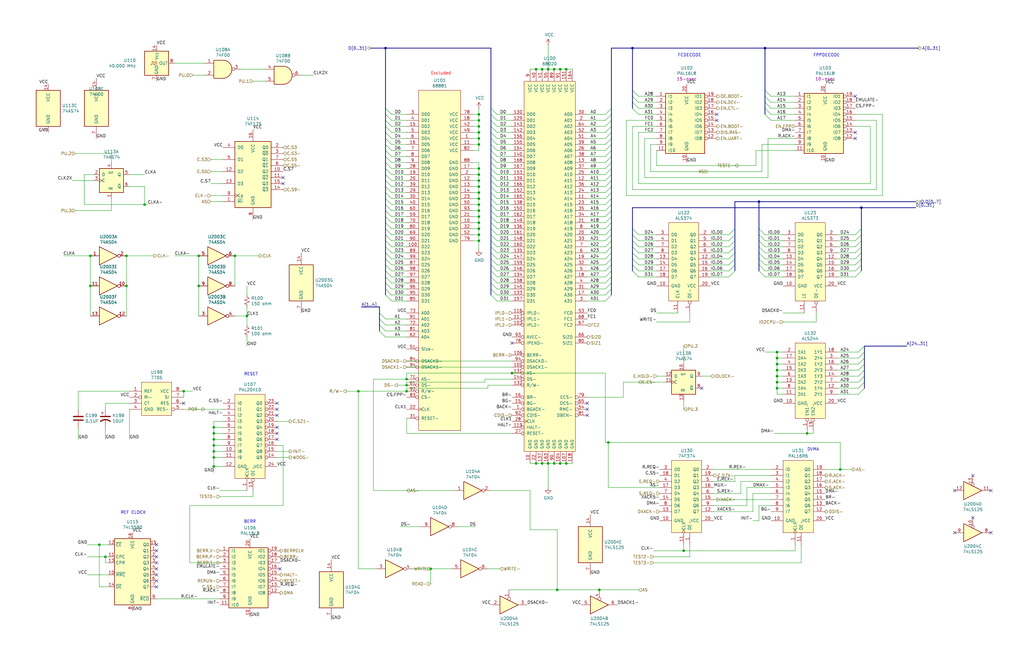
<source format=kicad_sch>
(kicad_sch (version 20231120) (generator "eeschema") (generator_version "8.0")
  (paper "USLedger")
  (title_block (title "CPU & FPU") (date "2025-03-07") (rev "1"))
  (junction (at 201.93 48.26))
  (junction (at 327.66 158.75))
  (junction (at 151.13 165.1))
  (junction (at 201.93 91.44))
  (junction (at 53.34 120.65))
  (junction (at 228.6 29.21))
  (junction (at 252.73 248.92))
  (junction (at 201.93 93.98))
  (junction (at 53.34 107.95))
  (junction (at 256.54 186.69))
  (junction (at 83.82 107.95))
  (junction (at 171.45 160.02))
  (junction (at 233.68 195.58))
  (junction (at 201.93 83.82))
  (junction (at 90.17 193.04))
  (junction (at 201.93 86.36))
  (junction (at 201.93 81.28))
  (junction (at 320.04 85.09))
  (junction (at 233.68 29.21))
  (junction (at 38.1 107.95))
  (junction (at 327.66 148.59))
  (junction (at 104.14 133.35))
  (junction (at 231.14 29.21))
  (junction (at 201.93 101.6))
  (junction (at 201.93 50.8))
  (junction (at 90.17 187.96))
  (junction (at 201.93 96.52))
  (junction (at 90.17 182.88))
  (junction (at 236.22 195.58))
  (junction (at 162.56 20.32))
  (junction (at 322.58 20.32))
  (junction (at 41.91 229.87))
  (junction (at 181.61 240.03))
  (junction (at 201.93 73.66))
  (junction (at 90.17 190.5))
  (junction (at 363.22 87.63))
  (junction (at 77.47 165.1))
  (junction (at 171.45 165.1))
  (junction (at 238.76 195.58))
  (junction (at 266.7 20.32))
  (junction (at 327.66 161.29))
  (junction (at 90.17 196.85))
  (junction (at 201.93 78.74))
  (junction (at 215.9 157.48))
  (junction (at 99.06 107.95))
  (junction (at 44.45 234.95))
  (junction (at 201.93 53.34))
  (junction (at 90.17 185.42))
  (junction (at 327.66 153.67))
  (junction (at 38.1 120.65))
  (junction (at 340.36 182.88))
  (junction (at 201.93 55.88))
  (junction (at 327.66 163.83))
  (junction (at 201.93 76.2))
  (junction (at 234.95 248.92))
  (junction (at 238.76 29.21))
  (junction (at 201.93 88.9))
  (junction (at 201.93 71.12))
  (junction (at 288.29 232.41))
  (junction (at 354.33 198.12))
  (junction (at 236.22 29.21))
  (junction (at 83.82 120.65))
  (junction (at 226.06 29.21))
  (junction (at 327.66 151.13))
  (junction (at 231.14 195.58))
  (junction (at 90.17 180.34))
  (junction (at 171.45 162.56))
  (junction (at 201.93 60.96))
  (junction (at 228.6 195.58))
  (junction (at 226.06 195.58))
  (junction (at 327.66 156.21))
  (junction (at 60.96 86.36))
  (junction (at 201.93 58.42))
  (junction (at 201.93 99.06))
  (no_connect (at 360.68 40.64))
  (no_connect (at 77.47 170.18))
  (no_connect (at 66.04 240.03))
  (no_connect (at 116.84 170.18))
  (no_connect (at 66.04 245.11))
  (no_connect (at 247.65 175.26))
  (no_connect (at 118.11 240.03))
  (no_connect (at 116.84 180.34))
  (no_connect (at 66.04 232.41))
  (no_connect (at 116.84 175.26))
  (no_connect (at 402.59 224.79))
  (no_connect (at 66.04 237.49))
  (no_connect (at 417.83 207.01))
  (no_connect (at 302.26 48.26))
  (no_connect (at 247.65 170.18))
  (no_connect (at 116.84 185.42))
  (no_connect (at 410.21 200.66))
  (no_connect (at 116.84 182.88))
  (no_connect (at 66.04 247.65))
  (no_connect (at 119.38 77.47))
  (no_connect (at 66.04 229.87))
  (no_connect (at 410.21 218.44))
  (no_connect (at 295.91 163.83))
  (no_connect (at 360.68 58.42))
  (no_connect (at 247.65 172.72))
  (no_connect (at 417.83 224.79))
  (no_connect (at 402.59 207.01))
  (no_connect (at 119.38 74.93))
  (no_connect (at 302.26 50.8))
  (no_connect (at 66.04 234.95))
  (no_connect (at 360.68 55.88))
  (no_connect (at 116.84 172.72))
  (no_connect (at 215.9 144.78))
  (no_connect (at 66.04 242.57))
  (bus_entry (at 363.22 99.06) (size -2.54 2.54))
  (bus_entry (at 266.7 114.3) (size 2.54 2.54))
  (bus_entry (at 207.01 86.36) (size 2.54 2.54))
  (bus_entry (at 320.04 96.52) (size 2.54 2.54))
  (bus_entry (at 162.56 91.44) (size 2.54 2.54))
  (bus_entry (at 207.01 119.38) (size 2.54 2.54))
  (bus_entry (at 320.04 99.06) (size 2.54 2.54))
  (bus_entry (at 309.88 99.06) (size -2.54 2.54))
  (bus_entry (at 162.56 99.06) (size 2.54 2.54))
  (bus_entry (at 207.01 104.14) (size 2.54 2.54))
  (bus_entry (at 309.88 111.76) (size -2.54 2.54))
  (bus_entry (at 160.02 139.7) (size 2.54 2.54))
  (bus_entry (at 320.04 111.76) (size 2.54 2.54))
  (bus_entry (at 255.27 86.36) (size 2.54 -2.54))
  (bus_entry (at 162.56 116.84) (size 2.54 2.54))
  (bus_entry (at 207.01 93.98) (size 2.54 2.54))
  (bus_entry (at 361.95 158.75) (size 2.54 -2.54))
  (bus_entry (at 207.01 106.68) (size 2.54 2.54))
  (bus_entry (at 162.56 114.3) (size 2.54 2.54))
  (bus_entry (at 162.56 68.58) (size 2.54 2.54))
  (bus_entry (at 266.7 109.22) (size 2.54 2.54))
  (bus_entry (at 162.56 50.8) (size 2.54 2.54))
  (bus_entry (at 309.88 96.52) (size -2.54 2.54))
  (bus_entry (at 266.7 45.72) (size 2.54 2.54))
  (bus_entry (at 322.58 40.64) (size 2.54 2.54))
  (bus_entry (at 160.02 132.08) (size 2.54 2.54))
  (bus_entry (at 162.56 55.88) (size 2.54 2.54))
  (bus_entry (at 207.01 88.9) (size 2.54 2.54))
  (bus_entry (at 162.56 119.38) (size 2.54 2.54))
  (bus_entry (at 207.01 83.82) (size 2.54 2.54))
  (bus_entry (at 207.01 121.92) (size 2.54 2.54))
  (bus_entry (at 162.56 121.92) (size 2.54 2.54))
  (bus_entry (at 266.7 104.14) (size 2.54 2.54))
  (bus_entry (at 255.27 127) (size 2.54 -2.54))
  (bus_entry (at 255.27 78.74) (size 2.54 -2.54))
  (bus_entry (at 160.02 137.16) (size 2.54 2.54))
  (bus_entry (at 207.01 45.72) (size 2.54 2.54))
  (bus_entry (at 255.27 109.22) (size 2.54 -2.54))
  (bus_entry (at 255.27 83.82) (size 2.54 -2.54))
  (bus_entry (at 320.04 114.3) (size 2.54 2.54))
  (bus_entry (at 266.7 111.76) (size 2.54 2.54))
  (bus_entry (at 162.56 73.66) (size 2.54 2.54))
  (bus_entry (at 266.7 43.18) (size 2.54 2.54))
  (bus_entry (at 207.01 96.52) (size 2.54 2.54))
  (bus_entry (at 255.27 119.38) (size 2.54 -2.54))
  (bus_entry (at 255.27 55.88) (size 2.54 -2.54))
  (bus_entry (at 255.27 124.46) (size 2.54 -2.54))
  (bus_entry (at 162.56 93.98) (size 2.54 2.54))
  (bus_entry (at 255.27 68.58) (size 2.54 -2.54))
  (bus_entry (at 361.95 156.21) (size 2.54 -2.54))
  (bus_entry (at 361.95 153.67) (size 2.54 -2.54))
  (bus_entry (at 255.27 114.3) (size 2.54 -2.54))
  (bus_entry (at 255.27 96.52) (size 2.54 -2.54))
  (bus_entry (at 255.27 58.42) (size 2.54 -2.54))
  (bus_entry (at 309.88 106.68) (size -2.54 2.54))
  (bus_entry (at 207.01 48.26) (size 2.54 2.54))
  (bus_entry (at 207.01 68.58) (size 2.54 2.54))
  (bus_entry (at 255.27 76.2) (size 2.54 -2.54))
  (bus_entry (at 363.22 114.3) (size -2.54 2.54))
  (bus_entry (at 309.88 104.14) (size -2.54 2.54))
  (bus_entry (at 255.27 71.12) (size 2.54 -2.54))
  (bus_entry (at 162.56 60.96) (size 2.54 2.54))
  (bus_entry (at 162.56 104.14) (size 2.54 2.54))
  (bus_entry (at 207.01 111.76) (size 2.54 2.54))
  (bus_entry (at 361.95 151.13) (size 2.54 -2.54))
  (bus_entry (at 320.04 109.22) (size 2.54 2.54))
  (bus_entry (at 207.01 58.42) (size 2.54 2.54))
  (bus_entry (at 322.58 48.26) (size 2.54 2.54))
  (bus_entry (at 162.56 53.34) (size 2.54 2.54))
  (bus_entry (at 361.95 163.83) (size 2.54 -2.54))
  (bus_entry (at 162.56 78.74) (size 2.54 2.54))
  (bus_entry (at 361.95 161.29) (size 2.54 -2.54))
  (bus_entry (at 255.27 66.04) (size 2.54 -2.54))
  (bus_entry (at 309.88 109.22) (size -2.54 2.54))
  (bus_entry (at 255.27 111.76) (size 2.54 -2.54))
  (bus_entry (at 162.56 48.26) (size 2.54 2.54))
  (bus_entry (at 207.01 116.84) (size 2.54 2.54))
  (bus_entry (at 255.27 104.14) (size 2.54 -2.54))
  (bus_entry (at 207.01 71.12) (size 2.54 2.54))
  (bus_entry (at 363.22 106.68) (size -2.54 2.54))
  (bus_entry (at 162.56 124.46) (size 2.54 2.54))
  (bus_entry (at 255.27 99.06) (size 2.54 -2.54))
  (bus_entry (at 162.56 76.2) (size 2.54 2.54))
  (bus_entry (at 361.95 148.59) (size 2.54 -2.54))
  (bus_entry (at 266.7 38.1) (size 2.54 2.54))
  (bus_entry (at 363.22 101.6) (size -2.54 2.54))
  (bus_entry (at 255.27 60.96) (size 2.54 -2.54))
  (bus_entry (at 207.01 101.6) (size 2.54 2.54))
  (bus_entry (at 162.56 45.72) (size 2.54 2.54))
  (bus_entry (at 320.04 104.14) (size 2.54 2.54))
  (bus_entry (at 363.22 109.22) (size -2.54 2.54))
  (bus_entry (at 266.7 106.68) (size 2.54 2.54))
  (bus_entry (at 207.01 76.2) (size 2.54 2.54))
  (bus_entry (at 255.27 48.26) (size 2.54 -2.54))
  (bus_entry (at 255.27 116.84) (size 2.54 -2.54))
  (bus_entry (at 255.27 73.66) (size 2.54 -2.54))
  (bus_entry (at 363.22 111.76) (size -2.54 2.54))
  (bus_entry (at 162.56 101.6) (size 2.54 2.54))
  (bus_entry (at 207.01 73.66) (size 2.54 2.54))
  (bus_entry (at 255.27 53.34) (size 2.54 -2.54))
  (bus_entry (at 207.01 50.8) (size 2.54 2.54))
  (bus_entry (at 255.27 63.5) (size 2.54 -2.54))
  (bus_entry (at 320.04 106.68) (size 2.54 2.54))
  (bus_entry (at 309.88 114.3) (size -2.54 2.54))
  (bus_entry (at 162.56 88.9) (size 2.54 2.54))
  (bus_entry (at 162.56 63.5) (size 2.54 2.54))
  (bus_entry (at 162.56 66.04) (size 2.54 2.54))
  (bus_entry (at 162.56 106.68) (size 2.54 2.54))
  (bus_entry (at 207.01 109.22) (size 2.54 2.54))
  (bus_entry (at 255.27 93.98) (size 2.54 -2.54))
  (bus_entry (at 162.56 83.82) (size 2.54 2.54))
  (bus_entry (at 255.27 91.44) (size 2.54 -2.54))
  (bus_entry (at 361.95 166.37) (size 2.54 -2.54))
  (bus_entry (at 160.02 134.62) (size 2.54 2.54))
  (bus_entry (at 162.56 96.52) (size 2.54 2.54))
  (bus_entry (at 207.01 91.44) (size 2.54 2.54))
  (bus_entry (at 266.7 40.64) (size 2.54 2.54))
  (bus_entry (at 207.01 53.34) (size 2.54 2.54))
  (bus_entry (at 207.01 60.96) (size 2.54 2.54))
  (bus_entry (at 322.58 38.1) (size 2.54 2.54))
  (bus_entry (at 162.56 86.36) (size 2.54 2.54))
  (bus_entry (at 207.01 124.46) (size 2.54 2.54))
  (bus_entry (at 162.56 109.22) (size 2.54 2.54))
  (bus_entry (at 207.01 81.28) (size 2.54 2.54))
  (bus_entry (at 162.56 71.12) (size 2.54 2.54))
  (bus_entry (at 255.27 106.68) (size 2.54 -2.54))
  (bus_entry (at 320.04 101.6) (size 2.54 2.54))
  (bus_entry (at 266.7 101.6) (size 2.54 2.54))
  (bus_entry (at 255.27 50.8) (size 2.54 -2.54))
  (bus_entry (at 363.22 96.52) (size -2.54 2.54))
  (bus_entry (at 207.01 114.3) (size 2.54 2.54))
  (bus_entry (at 162.56 81.28) (size 2.54 2.54))
  (bus_entry (at 363.22 104.14) (size -2.54 2.54))
  (bus_entry (at 255.27 121.92) (size 2.54 -2.54))
  (bus_entry (at 322.58 45.72) (size 2.54 2.54))
  (bus_entry (at 309.88 101.6) (size -2.54 2.54))
  (bus_entry (at 207.01 78.74) (size 2.54 2.54))
  (bus_entry (at 255.27 88.9) (size 2.54 -2.54))
  (bus_entry (at 322.58 43.18) (size 2.54 2.54))
  (bus_entry (at 255.27 101.6) (size 2.54 -2.54))
  (bus_entry (at 266.7 99.06) (size 2.54 2.54))
  (bus_entry (at 162.56 58.42) (size 2.54 2.54))
  (bus_entry (at 266.7 96.52) (size 2.54 2.54))
  (bus_entry (at 207.01 55.88) (size 2.54 2.54))
  (bus_entry (at 207.01 66.04) (size 2.54 2.54))
  (bus_entry (at 207.01 99.06) (size 2.54 2.54))
  (bus_entry (at 207.01 63.5) (size 2.54 2.54))
  (bus_entry (at 162.56 111.76) (size 2.54 2.54))
  (bus_entry (at 255.27 81.28) (size 2.54 -2.54))
  (wire (pts (xy 325.12 50.8) (xy 335.28 50.8)))
  (bus (pts (xy 257.81 111.76) (xy 257.81 114.3)))
  (wire (pts (xy 201.93 50.8) (xy 199.39 50.8)))
  (wire (pts (xy 247.65 78.74) (xy 255.27 78.74)))
  (bus (pts (xy 266.7 20.32) (xy 322.58 20.32)))
  (wire (pts (xy 322.58 101.6) (xy 330.2 101.6)))
  (wire (pts (xy 201.93 55.88) (xy 199.39 55.88)))
  (wire (pts (xy 271.78 74.93) (xy 323.85 74.93)))
  (wire (pts (xy 90.17 196.85) (xy 90.17 199.39)))
  (wire (pts (xy 209.55 68.58) (xy 215.9 68.58)))
  (bus (pts (xy 162.56 109.22) (xy 162.56 111.76)))
  (wire (pts (xy 90.17 182.88) (xy 90.17 185.42)))
  (wire (pts (xy 367.03 53.34) (xy 360.68 53.34)))
  (wire (pts (xy 269.24 101.6) (xy 276.86 101.6)))
  (wire (pts (xy 262.89 167.64) (xy 262.89 161.29)))
  (wire (pts (xy 201.93 60.96) (xy 201.93 63.5)))
  (bus (pts (xy 257.81 60.96) (xy 257.81 63.5)))
  (wire (pts (xy 151.13 165.1) (xy 151.13 240.03)))
  (wire (pts (xy 288.29 153.67) (xy 288.29 146.05)))
  (wire (pts (xy 205.74 162.56) (xy 215.9 162.56)))
  (wire (pts (xy 201.93 55.88) (xy 201.93 58.42)))
  (bus (pts (xy 207.01 116.84) (xy 207.01 119.38)))
  (bus (pts (xy 162.56 121.92) (xy 162.56 124.46)))
  (bus (pts (xy 257.81 53.34) (xy 257.81 55.88)))
  (bus (pts (xy 309.88 109.22) (xy 309.88 111.76)))
  (wire (pts (xy 226.06 195.58) (xy 223.52 195.58)))
  (wire (pts (xy 90.17 190.5) (xy 90.17 193.04)))
  (wire (pts (xy 146.05 165.1) (xy 151.13 165.1)))
  (bus (pts (xy 207.01 119.38) (xy 207.01 121.92)))
  (wire (pts (xy 317.5 215.9) (xy 317.5 208.28)))
  (bus (pts (xy 266.7 96.52) (xy 266.7 99.06)))
  (wire (pts (xy 247.65 88.9) (xy 255.27 88.9)))
  (wire (pts (xy 317.5 208.28) (xy 325.12 208.28)))
  (bus (pts (xy 257.81 71.12) (xy 257.81 73.66)))
  (bus (pts (xy 257.81 114.3) (xy 257.81 116.84)))
  (wire (pts (xy 30.48 76.2) (xy 39.37 76.2)))
  (bus (pts (xy 257.81 55.88) (xy 257.81 58.42)))
  (wire (pts (xy 209.55 111.76) (xy 215.9 111.76)))
  (wire (pts (xy 90.17 177.8) (xy 90.17 180.34)))
  (wire (pts (xy 247.65 99.06) (xy 255.27 99.06)))
  (bus (pts (xy 257.81 78.74) (xy 257.81 81.28)))
  (wire (pts (xy 209.55 127) (xy 215.9 127)))
  (wire (pts (xy 165.1 124.46) (xy 171.45 124.46)))
  (bus (pts (xy 322.58 43.18) (xy 322.58 45.72)))
  (wire (pts (xy 171.45 163.83) (xy 205.74 163.83)))
  (bus (pts (xy 322.58 20.32) (xy 322.58 38.1)))
  (wire (pts (xy 320.04 219.71) (xy 317.5 219.71)))
  (wire (pts (xy 33.02 165.1) (xy 33.02 172.72)))
  (wire (pts (xy 269.24 43.18) (xy 276.86 43.18)))
  (bus (pts (xy 162.56 63.5) (xy 162.56 66.04)))
  (bus (pts (xy 257.81 83.82) (xy 257.81 86.36)))
  (wire (pts (xy 201.93 101.6) (xy 201.93 99.06)))
  (wire (pts (xy 322.58 114.3) (xy 330.2 114.3)))
  (wire (pts (xy 209.55 55.88) (xy 215.9 55.88)))
  (wire (pts (xy 99.06 133.35) (xy 104.14 133.35)))
  (wire (pts (xy 318.77 69.85) (xy 318.77 63.5)))
  (wire (pts (xy 247.65 121.92) (xy 255.27 121.92)))
  (wire (pts (xy 201.93 105.41) (xy 201.93 101.6)))
  (bus (pts (xy 257.81 106.68) (xy 257.81 109.22)))
  (wire (pts (xy 327.66 158.75) (xy 330.2 158.75)))
  (wire (pts (xy 335.28 232.41) (xy 288.29 232.41)))
  (bus (pts (xy 207.01 106.68) (xy 207.01 109.22)))
  (wire (pts (xy 165.1 91.44) (xy 171.45 91.44)))
  (bus (pts (xy 162.56 116.84) (xy 162.56 119.38)))
  (wire (pts (xy 167.64 162.56) (xy 171.45 162.56)))
  (wire (pts (xy 335.28 229.87) (xy 335.28 232.41)))
  (wire (pts (xy 201.93 60.96) (xy 199.39 60.96)))
  (bus (pts (xy 162.56 76.2) (xy 162.56 78.74)))
  (wire (pts (xy 354.33 198.12) (xy 347.98 198.12)))
  (wire (pts (xy 209.55 101.6) (xy 215.9 101.6)))
  (wire (pts (xy 38.1 107.95) (xy 38.1 120.65)))
  (wire (pts (xy 93.98 180.34) (xy 90.17 180.34)))
  (wire (pts (xy 83.82 107.95) (xy 83.82 120.65)))
  (wire (pts (xy 209.55 119.38) (xy 215.9 119.38)))
  (wire (pts (xy 337.82 229.87) (xy 337.82 237.49)))
  (wire (pts (xy 201.93 86.36) (xy 201.93 83.82)))
  (wire (pts (xy 83.82 120.65) (xy 83.82 133.35)))
  (bus (pts (xy 320.04 96.52) (xy 320.04 99.06)))
  (wire (pts (xy 247.65 73.66) (xy 255.27 73.66)))
  (bus (pts (xy 257.81 86.36) (xy 257.81 88.9)))
  (wire (pts (xy 209.55 106.68) (xy 215.9 106.68)))
  (bus (pts (xy 257.81 96.52) (xy 257.81 99.06)))
  (wire (pts (xy 201.93 91.44) (xy 199.39 91.44)))
  (bus (pts (xy 162.56 83.82) (xy 162.56 86.36)))
  (bus (pts (xy 162.56 45.72) (xy 162.56 48.26)))
  (wire (pts (xy 165.1 63.5) (xy 171.45 63.5)))
  (wire (pts (xy 90.17 185.42) (xy 90.17 187.96)))
  (bus (pts (xy 266.7 20.32) (xy 266.7 38.1)))
  (bus (pts (xy 257.81 121.92) (xy 257.81 124.46)))
  (wire (pts (xy 93.98 190.5) (xy 90.17 190.5)))
  (wire (pts (xy 201.93 48.26) (xy 201.93 50.8)))
  (wire (pts (xy 274.32 72.39) (xy 321.31 72.39)))
  (wire (pts (xy 60.96 86.36) (xy 60.96 78.74)))
  (wire (pts (xy 209.55 58.42) (xy 215.9 58.42)))
  (bus (pts (xy 363.22 87.63) (xy 363.22 96.52)))
  (wire (pts (xy 165.1 127) (xy 171.45 127)))
  (wire (pts (xy 46.99 88.9) (xy 31.75 88.9)))
  (wire (pts (xy 276.86 58.42) (xy 271.78 58.42)))
  (wire (pts (xy 201.93 83.82) (xy 199.39 83.82)))
  (wire (pts (xy 322.58 109.22) (xy 330.2 109.22)))
  (wire (pts (xy 247.65 111.76) (xy 255.27 111.76)))
  (wire (pts (xy 322.58 111.76) (xy 330.2 111.76)))
  (wire (pts (xy 77.47 167.64) (xy 77.47 165.1)))
  (wire (pts (xy 288.29 232.41) (xy 288.29 229.87)))
  (wire (pts (xy 54.61 170.18) (xy 44.45 170.18)))
  (wire (pts (xy 181.61 240.03) (xy 190.5 240.03)))
  (bus (pts (xy 162.56 104.14) (xy 162.56 106.68)))
  (bus (pts (xy 364.49 161.29) (xy 364.49 163.83)))
  (wire (pts (xy 360.68 101.6) (xy 353.06 101.6)))
  (wire (pts (xy 288.29 168.91) (xy 288.29 172.72)))
  (wire (pts (xy 247.65 81.28) (xy 255.27 81.28)))
  (bus (pts (xy 309.88 85.09) (xy 309.88 96.52)))
  (wire (pts (xy 165.1 48.26) (xy 171.45 48.26)))
  (wire (pts (xy 165.1 76.2) (xy 171.45 76.2)))
  (wire (pts (xy 104.14 207.01) (xy 92.71 207.01)))
  (wire (pts (xy 201.93 83.82) (xy 201.93 81.28)))
  (wire (pts (xy 151.13 240.03) (xy 158.75 240.03)))
  (wire (pts (xy 46.99 64.77) (xy 31.75 64.77)))
  (wire (pts (xy 255.27 157.48) (xy 255.27 186.69)))
  (wire (pts (xy 209.55 50.8) (xy 215.9 50.8)))
  (wire (pts (xy 201.93 96.52) (xy 199.39 96.52)))
  (wire (pts (xy 93.98 187.96) (xy 90.17 187.96)))
  (wire (pts (xy 80.01 213.36) (xy 80.01 237.49)))
  (wire (pts (xy 209.55 86.36) (xy 215.9 86.36)))
  (wire (pts (xy 99.06 120.65) (xy 99.06 107.95)))
  (wire (pts (xy 307.34 114.3) (xy 299.72 114.3)))
  (wire (pts (xy 255.27 186.69) (xy 256.54 186.69)))
  (wire (pts (xy 276.86 69.85) (xy 318.77 69.85)))
  (bus (pts (xy 320.04 85.09) (xy 320.04 96.52)))
  (wire (pts (xy 290.83 135.89) (xy 276.86 135.89)))
  (wire (pts (xy 353.06 163.83) (xy 361.95 163.83)))
  (wire (pts (xy 226.06 29.21) (xy 223.52 29.21)))
  (wire (pts (xy 327.66 148.59) (xy 330.2 148.59)))
  (bus (pts (xy 207.01 114.3) (xy 207.01 116.84)))
  (wire (pts (xy 269.24 40.64) (xy 276.86 40.64)))
  (wire (pts (xy 45.72 242.57) (xy 36.83 242.57)))
  (bus (pts (xy 207.01 101.6) (xy 207.01 104.14)))
  (wire (pts (xy 209.55 73.66) (xy 215.9 73.66)))
  (wire (pts (xy 264.16 50.8) (xy 264.16 82.55)))
  (wire (pts (xy 165.1 60.96) (xy 171.45 60.96)))
  (wire (pts (xy 209.55 116.84) (xy 215.9 116.84)))
  (bus (pts (xy 207.01 78.74) (xy 207.01 81.28)))
  (bus (pts (xy 257.81 99.06) (xy 257.81 101.6)))
  (bus (pts (xy 207.01 86.36) (xy 207.01 88.9)))
  (wire (pts (xy 247.65 114.3) (xy 255.27 114.3)))
  (wire (pts (xy 93.98 67.31) (xy 88.9 67.31)))
  (wire (pts (xy 269.24 48.26) (xy 276.86 48.26)))
  (wire (pts (xy 106.68 207.01) (xy 106.68 209.55)))
  (wire (pts (xy 269.24 55.88) (xy 269.24 77.47)))
  (bus (pts (xy 257.81 20.32) (xy 257.81 45.72)))
  (bus (pts (xy 320.04 109.22) (xy 320.04 111.76)))
  (wire (pts (xy 247.65 55.88) (xy 255.27 55.88)))
  (wire (pts (xy 344.17 135.89) (xy 330.2 135.89)))
  (wire (pts (xy 171.45 157.48) (xy 215.9 157.48)))
  (bus (pts (xy 363.22 104.14) (xy 363.22 106.68)))
  (wire (pts (xy 327.66 161.29) (xy 330.2 161.29)))
  (wire (pts (xy 201.93 53.34) (xy 199.39 53.34)))
  (wire (pts (xy 53.34 107.95) (xy 64.77 107.95)))
  (wire (pts (xy 41.91 229.87) (xy 36.83 229.87)))
  (wire (pts (xy 209.55 63.5) (xy 215.9 63.5)))
  (wire (pts (xy 344.17 132.08) (xy 344.17 135.89)))
  (wire (pts (xy 262.89 161.29) (xy 280.67 161.29)))
  (wire (pts (xy 307.34 109.22) (xy 299.72 109.22)))
  (bus (pts (xy 207.01 50.8) (xy 207.01 53.34)))
  (wire (pts (xy 314.96 213.36) (xy 314.96 205.74)))
  (wire (pts (xy 360.68 104.14) (xy 353.06 104.14)))
  (wire (pts (xy 247.65 109.22) (xy 255.27 109.22)))
  (wire (pts (xy 274.32 60.96) (xy 274.32 72.39)))
  (wire (pts (xy 290.83 229.87) (xy 290.83 234.95)))
  (wire (pts (xy 353.06 153.67) (xy 361.95 153.67)))
  (wire (pts (xy 354.33 198.12) (xy 359.41 198.12)))
  (wire (pts (xy 93.98 82.55) (xy 88.9 82.55)))
  (wire (pts (xy 231.14 29.21) (xy 228.6 29.21)))
  (bus (pts (xy 257.81 50.8) (xy 257.81 53.34)))
  (wire (pts (xy 325.12 210.82) (xy 300.99 210.82)))
  (wire (pts (xy 231.14 29.21) (xy 233.68 29.21)))
  (bus (pts (xy 309.88 111.76) (xy 309.88 114.3)))
  (wire (pts (xy 295.91 158.75) (xy 299.72 158.75)))
  (wire (pts (xy 38.1 120.65) (xy 38.1 133.35)))
  (wire (pts (xy 205.74 240.03) (xy 210.82 240.03)))
  (wire (pts (xy 93.98 185.42) (xy 90.17 185.42)))
  (bus (pts (xy 162.56 20.32) (xy 156.21 20.32)))
  (wire (pts (xy 327.66 166.37) (xy 330.2 166.37)))
  (wire (pts (xy 323.85 74.93) (xy 323.85 58.42)))
  (wire (pts (xy 199.39 68.58) (xy 201.93 68.58)))
  (wire (pts (xy 201.93 81.28) (xy 199.39 81.28)))
  (bus (pts (xy 309.88 85.09) (xy 320.04 85.09)))
  (wire (pts (xy 104.14 133.35) (xy 104.14 129.54)))
  (wire (pts (xy 165.1 99.06) (xy 171.45 99.06)))
  (bus (pts (xy 320.04 104.14) (xy 320.04 106.68)))
  (wire (pts (xy 325.12 40.64) (xy 335.28 40.64)))
  (bus (pts (xy 162.56 114.3) (xy 162.56 116.84)))
  (bus (pts (xy 257.81 91.44) (xy 257.81 93.98)))
  (wire (pts (xy 199.39 76.2) (xy 201.93 76.2)))
  (wire (pts (xy 162.56 139.7) (xy 171.45 139.7)))
  (bus (pts (xy 160.02 129.54) (xy 152.4 129.54)))
  (wire (pts (xy 327.66 158.75) (xy 327.66 156.21)))
  (bus (pts (xy 257.81 63.5) (xy 257.81 66.04)))
  (wire (pts (xy 171.45 152.4) (xy 215.9 152.4)))
  (wire (pts (xy 165.1 78.74) (xy 171.45 78.74)))
  (wire (pts (xy 35.56 73.66) (xy 35.56 86.36)))
  (wire (pts (xy 327.66 153.67) (xy 327.66 151.13)))
  (bus (pts (xy 257.81 88.9) (xy 257.81 91.44)))
  (wire (pts (xy 209.55 60.96) (xy 215.9 60.96)))
  (bus (pts (xy 207.01 96.52) (xy 207.01 99.06)))
  (wire (pts (xy 157.48 160.02) (xy 157.48 207.01)))
  (wire (pts (xy 228.6 29.21) (xy 226.06 29.21)))
  (wire (pts (xy 234.95 223.52) (xy 234.95 248.92)))
  (bus (pts (xy 266.7 40.64) (xy 266.7 43.18)))
  (wire (pts (xy 353.06 151.13) (xy 361.95 151.13)))
  (wire (pts (xy 372.11 48.26) (xy 360.68 48.26)))
  (bus (pts (xy 207.01 71.12) (xy 207.01 73.66)))
  (bus (pts (xy 162.56 71.12) (xy 162.56 73.66)))
  (wire (pts (xy 307.34 116.84) (xy 299.72 116.84)))
  (wire (pts (xy 201.93 93.98) (xy 199.39 93.98)))
  (wire (pts (xy 45.72 237.49) (xy 44.45 237.49)))
  (wire (pts (xy 307.34 101.6) (xy 299.72 101.6)))
  (wire (pts (xy 54.61 73.66) (xy 60.96 73.66)))
  (bus (pts (xy 266.7 99.06) (xy 266.7 101.6)))
  (wire (pts (xy 339.09 132.08) (xy 330.2 132.08)))
  (wire (pts (xy 54.61 78.74) (xy 60.96 78.74)))
  (wire (pts (xy 165.1 86.36) (xy 171.45 86.36)))
  (bus (pts (xy 257.81 73.66) (xy 257.81 76.2)))
  (wire (pts (xy 171.45 162.56) (xy 171.45 161.29)))
  (wire (pts (xy 165.1 109.22) (xy 171.45 109.22)))
  (wire (pts (xy 340.36 181.61) (xy 340.36 182.88)))
  (bus (pts (xy 363.22 106.68) (xy 363.22 109.22)))
  (bus (pts (xy 162.56 50.8) (xy 162.56 53.34)))
  (wire (pts (xy 119.38 213.36) (xy 80.01 213.36)))
  (wire (pts (xy 165.1 50.8) (xy 171.45 50.8)))
  (bus (pts (xy 257.81 68.58) (xy 257.81 71.12)))
  (wire (pts (xy 264.16 82.55) (xy 372.11 82.55)))
  (wire (pts (xy 247.65 76.2) (xy 255.27 76.2)))
  (wire (pts (xy 247.65 68.58) (xy 255.27 68.58)))
  (bus (pts (xy 266.7 87.63) (xy 363.22 87.63)))
  (bus (pts (xy 162.56 91.44) (xy 162.56 93.98)))
  (wire (pts (xy 104.14 133.35) (xy 104.14 137.16)))
  (wire (pts (xy 372.11 82.55) (xy 372.11 48.26)))
  (wire (pts (xy 165.1 101.6) (xy 171.45 101.6)))
  (wire (pts (xy 223.52 207.01) (xy 223.52 223.52)))
  (wire (pts (xy 288.29 232.41) (xy 275.59 232.41)))
  (bus (pts (xy 257.81 101.6) (xy 257.81 104.14)))
  (wire (pts (xy 256.54 186.69) (xy 354.33 186.69)))
  (wire (pts (xy 247.65 106.68) (xy 255.27 106.68)))
  (bus (pts (xy 322.58 20.32) (xy 387.35 20.32)))
  (wire (pts (xy 247.65 60.96) (xy 255.27 60.96)))
  (wire (pts (xy 41.91 229.87) (xy 45.72 229.87)))
  (wire (pts (xy 321.31 60.96) (xy 335.28 60.96)))
  (wire (pts (xy 354.33 186.69) (xy 354.33 198.12)))
  (bus (pts (xy 162.56 55.88) (xy 162.56 58.42)))
  (wire (pts (xy 209.55 104.14) (xy 215.9 104.14)))
  (wire (pts (xy 73.66 26.67) (xy 86.36 26.67)))
  (wire (pts (xy 247.65 124.46) (xy 255.27 124.46)))
  (bus (pts (xy 257.81 104.14) (xy 257.81 106.68)))
  (bus (pts (xy 162.56 111.76) (xy 162.56 114.3)))
  (bus (pts (xy 257.81 116.84) (xy 257.81 119.38)))
  (bus (pts (xy 207.01 76.2) (xy 207.01 78.74)))
  (bus (pts (xy 207.01 55.88) (xy 207.01 58.42)))
  (bus (pts (xy 257.81 20.32) (xy 266.7 20.32)))
  (wire (pts (xy 247.65 104.14) (xy 255.27 104.14)))
  (wire (pts (xy 171.45 161.29) (xy 204.47 161.29)))
  (bus (pts (xy 207.01 66.04) (xy 207.01 68.58)))
  (bus (pts (xy 162.56 73.66) (xy 162.56 76.2)))
  (wire (pts (xy 111.76 34.29) (xy 106.68 34.29)))
  (wire (pts (xy 209.55 124.46) (xy 215.9 124.46)))
  (bus (pts (xy 207.01 45.72) (xy 207.01 48.26)))
  (wire (pts (xy 247.65 167.64) (xy 262.89 167.64)))
  (wire (pts (xy 39.37 73.66) (xy 35.56 73.66)))
  (wire (pts (xy 276.86 55.88) (xy 269.24 55.88)))
  (wire (pts (xy 66.04 252.73) (xy 92.71 252.73)))
  (wire (pts (xy 312.42 203.2) (xy 325.12 203.2)))
  (wire (pts (xy 201.93 99.06) (xy 199.39 99.06)))
  (wire (pts (xy 247.65 101.6) (xy 255.27 101.6)))
  (bus (pts (xy 162.56 66.04) (xy 162.56 68.58)))
  (wire (pts (xy 318.77 63.5) (xy 335.28 63.5)))
  (wire (pts (xy 201.93 71.12) (xy 201.93 73.66)))
  (wire (pts (xy 90.17 180.34) (xy 90.17 182.88)))
  (wire (pts (xy 247.65 93.98) (xy 255.27 93.98)))
  (wire (pts (xy 165.1 119.38) (xy 171.45 119.38)))
  (bus (pts (xy 207.01 48.26) (xy 207.01 50.8)))
  (wire (pts (xy 165.1 106.68) (xy 171.45 106.68)))
  (bus (pts (xy 266.7 109.22) (xy 266.7 111.76)))
  (wire (pts (xy 209.55 83.82) (xy 215.9 83.82)))
  (wire (pts (xy 266.7 53.34) (xy 266.7 80.01)))
  (wire (pts (xy 53.34 120.65) (xy 53.34 107.95)))
  (wire (pts (xy 116.84 187.96) (xy 119.38 187.96)))
  (wire (pts (xy 207.01 207.01) (xy 223.52 207.01)))
  (wire (pts (xy 209.55 53.34) (xy 215.9 53.34)))
  (wire (pts (xy 46.99 83.82) (xy 46.99 88.9)))
  (wire (pts (xy 168.91 222.25) (xy 177.8 222.25)))
  (wire (pts (xy 342.9 181.61) (xy 342.9 182.88)))
  (wire (pts (xy 327.66 148.59) (xy 322.58 148.59)))
  (wire (pts (xy 247.65 48.26) (xy 255.27 48.26)))
  (wire (pts (xy 157.48 207.01) (xy 191.77 207.01)))
  (wire (pts (xy 165.1 121.92) (xy 171.45 121.92)))
  (bus (pts (xy 162.56 101.6) (xy 162.56 104.14)))
  (bus (pts (xy 162.56 20.32) (xy 207.01 20.32)))
  (wire (pts (xy 360.68 116.84) (xy 353.06 116.84)))
  (bus (pts (xy 309.88 106.68) (xy 309.88 109.22)))
  (wire (pts (xy 41.91 247.65) (xy 41.91 229.87)))
  (wire (pts (xy 214.63 248.92) (xy 234.95 248.92)))
  (wire (pts (xy 325.12 43.18) (xy 335.28 43.18)))
  (wire (pts (xy 90.17 193.04) (xy 90.17 196.85)))
  (wire (pts (xy 201.93 76.2) (xy 201.93 78.74)))
  (wire (pts (xy 327.66 163.83) (xy 330.2 163.83)))
  (bus (pts (xy 257.81 66.04) (xy 257.81 68.58)))
  (wire (pts (xy 307.34 104.14) (xy 299.72 104.14)))
  (wire (pts (xy 276.86 50.8) (xy 264.16 50.8)))
  (wire (pts (xy 300.99 208.28) (xy 312.42 208.28)))
  (bus (pts (xy 207.01 121.92) (xy 207.01 124.46)))
  (wire (pts (xy 369.57 80.01) (xy 369.57 50.8)))
  (wire (pts (xy 247.65 63.5) (xy 255.27 63.5)))
  (wire (pts (xy 234.95 248.92) (xy 252.73 248.92)))
  (wire (pts (xy 322.58 116.84) (xy 330.2 116.84)))
  (wire (pts (xy 236.22 29.21) (xy 238.76 29.21)))
  (wire (pts (xy 360.68 99.06) (xy 353.06 99.06)))
  (wire (pts (xy 165.1 71.12) (xy 171.45 71.12)))
  (wire (pts (xy 165.1 114.3) (xy 171.45 114.3)))
  (wire (pts (xy 233.68 195.58) (xy 236.22 195.58)))
  (wire (pts (xy 209.55 81.28) (xy 215.9 81.28)))
  (wire (pts (xy 80.01 237.49) (xy 92.71 237.49)))
  (wire (pts (xy 171.45 165.1) (xy 151.13 165.1)))
  (wire (pts (xy 269.24 109.22) (xy 276.86 109.22)))
  (wire (pts (xy 199.39 78.74) (xy 201.93 78.74)))
  (wire (pts (xy 231.14 19.05) (xy 231.14 29.21)))
  (bus (pts (xy 162.56 96.52) (xy 162.56 99.06)))
  (wire (pts (xy 201.93 58.42) (xy 201.93 60.96)))
  (wire (pts (xy 101.6 29.21) (xy 111.76 29.21)))
  (wire (pts (xy 209.55 114.3) (xy 215.9 114.3)))
  (wire (pts (xy 53.34 133.35) (xy 53.34 120.65)))
  (bus (pts (xy 162.56 48.26) (xy 162.56 50.8)))
  (bus (pts (xy 320.04 101.6) (xy 320.04 104.14)))
  (bus (pts (xy 257.81 48.26) (xy 257.81 50.8)))
  (bus (pts (xy 322.58 45.72) (xy 322.58 48.26)))
  (wire (pts (xy 209.55 96.52) (xy 215.9 96.52)))
  (wire (pts (xy 201.93 50.8) (xy 201.93 53.34)))
  (wire (pts (xy 327.66 163.83) (xy 327.66 161.29)))
  (bus (pts (xy 320.04 111.76) (xy 320.04 114.3)))
  (wire (pts (xy 369.57 50.8) (xy 360.68 50.8)))
  (wire (pts (xy 165.1 81.28) (xy 171.45 81.28)))
  (wire (pts (xy 171.45 165.1) (xy 171.45 163.83)))
  (wire (pts (xy 327.66 151.13) (xy 327.66 148.59)))
  (bus (pts (xy 309.88 96.52) (xy 309.88 99.06)))
  (wire (pts (xy 201.93 86.36) (xy 199.39 86.36)))
  (wire (pts (xy 256.54 205.74) (xy 278.13 205.74)))
  (wire (pts (xy 252.73 248.92) (xy 269.24 248.92)))
  (bus (pts (xy 266.7 87.63) (xy 266.7 96.52)))
  (wire (pts (xy 165.1 96.52) (xy 171.45 96.52)))
  (bus (pts (xy 160.02 134.62) (xy 160.02 137.16)))
  (bus (pts (xy 160.02 132.08) (xy 160.02 134.62)))
  (wire (pts (xy 201.93 91.44) (xy 201.93 88.9)))
  (wire (pts (xy 201.93 78.74) (xy 201.93 81.28)))
  (wire (pts (xy 93.98 77.47) (xy 88.9 77.47)))
  (bus (pts (xy 363.22 99.06) (xy 363.22 101.6)))
  (wire (pts (xy 209.55 66.04) (xy 215.9 66.04)))
  (bus (pts (xy 207.01 91.44) (xy 207.01 93.98)))
  (wire (pts (xy 45.72 247.65) (xy 41.91 247.65)))
  (wire (pts (xy 93.98 72.39) (xy 88.9 72.39)))
  (wire (pts (xy 276.86 63.5) (xy 276.86 69.85)))
  (bus (pts (xy 162.56 106.68) (xy 162.56 109.22)))
  (bus (pts (xy 207.01 58.42) (xy 207.01 60.96)))
  (wire (pts (xy 323.85 58.42) (xy 335.28 58.42)))
  (wire (pts (xy 44.45 237.49) (xy 44.45 234.95)))
  (bus (pts (xy 207.01 111.76) (xy 207.01 114.3)))
  (wire (pts (xy 269.24 104.14) (xy 276.86 104.14)))
  (wire (pts (xy 205.74 163.83) (xy 205.74 162.56)))
  (wire (pts (xy 247.65 116.84) (xy 255.27 116.84)))
  (wire (pts (xy 90.17 187.96) (xy 90.17 190.5)))
  (wire (pts (xy 247.65 66.04) (xy 255.27 66.04)))
  (bus (pts (xy 207.01 60.96) (xy 207.01 63.5)))
  (wire (pts (xy 247.65 96.52) (xy 255.27 96.52)))
  (wire (pts (xy 201.93 63.5) (xy 199.39 63.5)))
  (bus (pts (xy 364.49 156.21) (xy 364.49 158.75)))
  (bus (pts (xy 364.49 158.75) (xy 364.49 161.29)))
  (wire (pts (xy 247.65 91.44) (xy 255.27 91.44)))
  (wire (pts (xy 276.86 60.96) (xy 274.32 60.96)))
  (wire (pts (xy 73.66 107.95) (xy 83.82 107.95)))
  (wire (pts (xy 307.34 99.06) (xy 299.72 99.06)))
  (bus (pts (xy 257.81 76.2) (xy 257.81 78.74)))
  (wire (pts (xy 201.93 93.98) (xy 201.93 91.44)))
  (wire (pts (xy 353.06 158.75) (xy 361.95 158.75)))
  (wire (pts (xy 165.1 93.98) (xy 171.45 93.98)))
  (wire (pts (xy 33.02 180.34) (xy 33.02 185.42)))
  (wire (pts (xy 360.68 111.76) (xy 353.06 111.76)))
  (wire (pts (xy 193.04 222.25) (xy 200.66 222.25)))
  (wire (pts (xy 247.65 127) (xy 255.27 127)))
  (bus (pts (xy 162.56 81.28) (xy 162.56 83.82)))
  (bus (pts (xy 207.01 99.06) (xy 207.01 101.6)))
  (bus (pts (xy 207.01 109.22) (xy 207.01 111.76)))
  (bus (pts (xy 207.01 68.58) (xy 207.01 71.12)))
  (wire (pts (xy 204.47 161.29) (xy 204.47 160.02)))
  (wire (pts (xy 269.24 77.47) (xy 367.03 77.47)))
  (wire (pts (xy 269.24 111.76) (xy 276.86 111.76)))
  (wire (pts (xy 353.06 166.37) (xy 361.95 166.37)))
  (wire (pts (xy 238.76 29.21) (xy 241.3 29.21)))
  (wire (pts (xy 165.1 68.58) (xy 171.45 68.58)))
  (bus (pts (xy 309.88 99.06) (xy 309.88 101.6)))
  (wire (pts (xy 300.99 198.12) (xy 325.12 198.12)))
  (wire (pts (xy 266.7 80.01) (xy 369.57 80.01)))
  (bus (pts (xy 266.7 106.68) (xy 266.7 109.22)))
  (wire (pts (xy 127 31.75) (xy 132.08 31.75)))
  (bus (pts (xy 266.7 111.76) (xy 266.7 114.3)))
  (wire (pts (xy 322.58 104.14) (xy 330.2 104.14)))
  (wire (pts (xy 247.65 53.34) (xy 255.27 53.34)))
  (bus (pts (xy 257.81 45.72) (xy 257.81 48.26)))
  (bus (pts (xy 207.01 88.9) (xy 207.01 91.44)))
  (wire (pts (xy 165.1 53.34) (xy 171.45 53.34)))
  (bus (pts (xy 363.22 87.63) (xy 386.08 87.63)))
  (wire (pts (xy 228.6 195.58) (xy 226.06 195.58)))
  (bus (pts (xy 309.88 101.6) (xy 309.88 104.14)))
  (wire (pts (xy 93.98 196.85) (xy 90.17 196.85)))
  (wire (pts (xy 325.12 213.36) (xy 320.04 213.36)))
  (wire (pts (xy 201.93 58.42) (xy 199.39 58.42)))
  (wire (pts (xy 201.93 53.34) (xy 201.93 55.88)))
  (wire (pts (xy 312.42 208.28) (xy 312.42 203.2)))
  (wire (pts (xy 209.55 78.74) (xy 215.9 78.74)))
  (wire (pts (xy 327.66 166.37) (xy 327.66 163.83)))
  (bus (pts (xy 257.81 58.42) (xy 257.81 60.96)))
  (bus (pts (xy 266.7 104.14) (xy 266.7 106.68)))
  (wire (pts (xy 269.24 114.3) (xy 276.86 114.3)))
  (wire (pts (xy 201.93 101.6) (xy 199.39 101.6)))
  (wire (pts (xy 209.55 91.44) (xy 215.9 91.44)))
  (wire (pts (xy 201.93 68.58) (xy 201.93 71.12)))
  (wire (pts (xy 233.68 29.21) (xy 236.22 29.21)))
  (wire (pts (xy 247.65 58.42) (xy 255.27 58.42)))
  (wire (pts (xy 322.58 99.06) (xy 330.2 99.06)))
  (wire (pts (xy 223.52 223.52) (xy 234.95 223.52)))
  (wire (pts (xy 204.47 160.02) (xy 215.9 160.02)))
  (bus (pts (xy 162.56 68.58) (xy 162.56 71.12)))
  (wire (pts (xy 173.99 240.03) (xy 181.61 240.03)))
  (wire (pts (xy 314.96 205.74) (xy 325.12 205.74)))
  (wire (pts (xy 209.55 93.98) (xy 215.9 93.98)))
  (bus (pts (xy 162.56 20.32) (xy 162.56 45.72)))
  (wire (pts (xy 269.24 106.68) (xy 276.86 106.68)))
  (wire (pts (xy 353.06 161.29) (xy 361.95 161.29)))
  (wire (pts (xy 367.03 77.47) (xy 367.03 53.34)))
  (wire (pts (xy 327.66 161.29) (xy 327.66 158.75)))
  (bus (pts (xy 266.7 101.6) (xy 266.7 104.14)))
  (wire (pts (xy 162.56 142.24) (xy 171.45 142.24)))
  (wire (pts (xy 171.45 182.88) (xy 215.9 182.88)))
  (wire (pts (xy 340.36 182.88) (xy 326.39 182.88)))
  (wire (pts (xy 54.61 172.72) (xy 54.61 185.42)))
  (wire (pts (xy 360.68 114.3) (xy 353.06 114.3)))
  (bus (pts (xy 207.01 20.32) (xy 207.01 45.72)))
  (wire (pts (xy 171.45 154.94) (xy 215.9 154.94)))
  (wire (pts (xy 360.68 106.68) (xy 353.06 106.68)))
  (bus (pts (xy 162.56 99.06) (xy 162.56 101.6)))
  (wire (pts (xy 209.55 99.06) (xy 215.9 99.06)))
  (wire (pts (xy 321.31 72.39) (xy 321.31 60.96)))
  (wire (pts (xy 247.65 119.38) (xy 255.27 119.38)))
  (bus (pts (xy 364.49 148.59) (xy 364.49 151.13)))
  (wire (pts (xy 360.68 109.22) (xy 353.06 109.22)))
  (wire (pts (xy 271.78 58.42) (xy 271.78 74.93)))
  (wire (pts (xy 171.45 160.02) (xy 171.45 157.48)))
  (bus (pts (xy 320.04 99.06) (xy 320.04 101.6)))
  (wire (pts (xy 201.93 99.06) (xy 201.93 96.52)))
  (wire (pts (xy 60.96 86.36) (xy 62.23 86.36)))
  (bus (pts (xy 162.56 78.74) (xy 162.56 81.28)))
  (wire (pts (xy 231.14 195.58) (xy 228.6 195.58)))
  (wire (pts (xy 309.88 200.66) (xy 325.12 200.66)))
  (wire (pts (xy 93.98 193.04) (xy 90.17 193.04)))
  (wire (pts (xy 300.99 203.2) (xy 309.88 203.2)))
  (wire (pts (xy 322.58 106.68) (xy 330.2 106.68)))
  (wire (pts (xy 165.1 55.88) (xy 171.45 55.88)))
  (wire (pts (xy 165.1 88.9) (xy 171.45 88.9)))
  (bus (pts (xy 309.88 104.14) (xy 309.88 106.68)))
  (bus (pts (xy 207.01 83.82) (xy 207.01 86.36)))
  (wire (pts (xy 162.56 137.16) (xy 171.45 137.16)))
  (bus (pts (xy 320.04 106.68) (xy 320.04 109.22)))
  (wire (pts (xy 104.14 124.46) (xy 104.14 120.65)))
  (bus (pts (xy 162.56 88.9) (xy 162.56 91.44)))
  (wire (pts (xy 209.55 48.26) (xy 215.9 48.26)))
  (wire (pts (xy 116.84 193.04) (xy 121.92 193.04)))
  (wire (pts (xy 116.84 190.5) (xy 121.92 190.5)))
  (bus (pts (xy 207.01 81.28) (xy 207.01 83.82)))
  (wire (pts (xy 231.14 195.58) (xy 233.68 195.58)))
  (wire (pts (xy 165.1 83.82) (xy 171.45 83.82)))
  (wire (pts (xy 201.93 48.26) (xy 199.39 48.26)))
  (wire (pts (xy 44.45 180.34) (xy 44.45 185.42)))
  (wire (pts (xy 325.12 45.72) (xy 335.28 45.72)))
  (bus (pts (xy 207.01 53.34) (xy 207.01 55.88)))
  (wire (pts (xy 353.06 156.21) (xy 361.95 156.21)))
  (bus (pts (xy 257.81 109.22) (xy 257.81 111.76)))
  (wire (pts (xy 44.45 234.95) (xy 45.72 234.95)))
  (wire (pts (xy 280.67 158.75) (xy 276.86 158.75)))
  (wire (pts (xy 209.55 121.92) (xy 215.9 121.92)))
  (wire (pts (xy 171.45 176.53) (xy 171.45 182.88)))
  (bus (pts (xy 322.58 40.64) (xy 322.58 43.18)))
  (wire (pts (xy 165.1 73.66) (xy 171.45 73.66)))
  (bus (pts (xy 363.22 111.76) (xy 363.22 114.3)))
  (wire (pts (xy 209.55 88.9) (xy 215.9 88.9)))
  (wire (pts (xy 165.1 58.42) (xy 171.45 58.42)))
  (wire (pts (xy 201.93 45.72) (xy 201.93 48.26)))
  (wire (pts (xy 209.55 71.12) (xy 215.9 71.12)))
  (bus (pts (xy 320.04 85.09) (xy 386.08 85.09)))
  (wire (pts (xy 327.66 156.21) (xy 327.66 153.67)))
  (wire (pts (xy 181.61 240.03) (xy 181.61 246.38)))
  (wire (pts (xy 327.66 151.13) (xy 330.2 151.13)))
  (wire (pts (xy 238.76 195.58) (xy 241.3 195.58)))
  (wire (pts (xy 201.93 73.66) (xy 201.93 76.2)))
  (wire (pts (xy 44.45 234.95) (xy 36.83 234.95)))
  (bus (pts (xy 266.7 43.18) (xy 266.7 45.72)))
  (bus (pts (xy 160.02 137.16) (xy 160.02 139.7)))
  (wire (pts (xy 171.45 160.02) (xy 157.48 160.02)))
  (wire (pts (xy 285.75 132.08) (xy 276.86 132.08)))
  (wire (pts (xy 231.14 205.74) (xy 231.14 195.58)))
  (bus (pts (xy 160.02 129.54) (xy 160.02 132.08)))
  (wire (pts (xy 269.24 45.72) (xy 276.86 45.72)))
  (bus (pts (xy 207.01 63.5) (xy 207.01 66.04)))
  (wire (pts (xy 77.47 172.72) (xy 93.98 172.72)))
  (bus (pts (xy 266.7 38.1) (xy 266.7 40.64)))
  (wire (pts (xy 300.99 213.36) (xy 314.96 213.36)))
  (wire (pts (xy 201.93 88.9) (xy 201.93 86.36)))
  (bus (pts (xy 257.81 81.28) (xy 257.81 83.82)))
  (wire (pts (xy 247.65 83.82) (xy 255.27 83.82)))
  (wire (pts (xy 247.65 71.12) (xy 255.27 71.12)))
  (bus (pts (xy 162.56 93.98) (xy 162.56 96.52)))
  (bus (pts (xy 363.22 109.22) (xy 363.22 111.76)))
  (wire (pts (xy 290.83 132.08) (xy 290.83 135.89)))
  (wire (pts (xy 320.04 213.36) (xy 320.04 219.71)))
  (wire (pts (xy 165.1 66.04) (xy 171.45 66.04)))
  (wire (pts (xy 162.56 134.62) (xy 171.45 134.62)))
  (wire (pts (xy 307.34 106.68) (xy 299.72 106.68)))
  (wire (pts (xy 165.1 116.84) (xy 171.45 116.84)))
  (wire (pts (xy 201.93 88.9) (xy 199.39 88.9)))
  (bus (pts (xy 364.49 151.13) (xy 364.49 153.67)))
  (wire (pts (xy 77.47 165.1) (xy 81.28 165.1)))
  (bus (pts (xy 207.01 104.14) (xy 207.01 106.68)))
  (wire (pts (xy 327.66 153.67) (xy 330.2 153.67)))
  (wire (pts (xy 325.12 48.26) (xy 335.28 48.26)))
  (bus (pts (xy 364.49 146.05) (xy 382.27 146.05)))
  (bus (pts (xy 207.01 93.98) (xy 207.01 96.52)))
  (wire (pts (xy 165.1 104.14) (xy 171.45 104.14)))
  (wire (pts (xy 199.39 71.12) (xy 201.93 71.12)))
  (bus (pts (xy 207.01 73.66) (xy 207.01 76.2)))
  (wire (pts (xy 119.38 187.96) (xy 119.38 213.36)))
  (wire (pts (xy 256.54 186.69) (xy 256.54 205.74)))
  (wire (pts (xy 86.36 31.75) (xy 81.28 31.75)))
  (wire (pts (xy 209.55 76.2) (xy 215.9 76.2)))
  (wire (pts (xy 116.84 177.8) (xy 121.92 177.8)))
  (wire (pts (xy 247.65 50.8) (xy 255.27 50.8)))
  (wire (pts (xy 93.98 85.09) (xy 88.9 85.09)))
  (bus (pts (xy 257.81 119.38) (xy 257.81 121.92)))
  (wire (pts (xy 269.24 116.84) (xy 276.86 116.84)))
  (wire (pts (xy 46.99 68.58) (xy 46.99 64.77)))
  (wire (pts (xy 201.93 96.52) (xy 201.93 93.98)))
  (wire (pts (xy 199.39 73.66) (xy 201.93 73.66)))
  (bus (pts (xy 162.56 86.36) (xy 162.56 88.9)))
  (wire (pts (xy 54.61 165.1) (xy 33.02 165.1)))
  (wire (pts (xy 215.9 157.48) (xy 255.27 157.48)))
  (wire (pts (xy 99.06 107.95) (xy 109.22 107.95)))
  (wire (pts (xy 35.56 86.36) (xy 60.96 86.36)))
  (wire (pts (xy 353.06 148.59) (xy 361.95 148.59)))
  (bus (pts (xy 364.49 146.05) (xy 364.49 148.59)))
  (wire (pts (xy 342.9 182.88) (xy 340.36 182.88)))
  (bus (pts (xy 162.56 58.42) (xy 162.56 60.96)))
  (bus (pts (xy 363.22 96.52) (xy 363.22 99.06)))
  (wire (pts (xy 247.65 86.36) (xy 255.27 86.36)))
  (wire (pts (xy 236.22 195.58) (xy 238.76 195.58)))
  (wire (pts (xy 26.67 107.95) (xy 38.1 107.95)))
  (bus (pts (xy 363.22 101.6) (xy 363.22 104.14)))
  (wire (pts (xy 307.34 111.76) (xy 299.72 111.76)))
  (bus (pts (xy 364.49 153.67) (xy 364.49 156.21)))
  (wire (pts (xy 327.66 156.21) (xy 330.2 156.21)))
  (wire (pts (xy 165.1 111.76) (xy 171.45 111.76)))
  (wire (pts (xy 337.82 237.49) (xy 275.59 237.49)))
  (bus (pts (xy 257.81 93.98) (xy 257.81 96.52)))
  (wire (pts (xy 300.99 215.9) (xy 317.5 215.9)))
  (bus (pts (xy 162.56 60.96) (xy 162.56 63.5)))
  (wire (pts (xy 290.83 234.95) (xy 275.59 234.95)))
  (bus (pts (xy 162.56 53.34) (xy 162.56 55.88)))
  (wire (pts (xy 269.24 99.06) (xy 276.86 99.06)))
  (bus (pts (xy 162.56 119.38) (xy 162.56 121.92)))
  (wire (pts (xy 44.45 170.18) (xy 44.45 172.72)))
  (wire (pts (xy 104.14 142.24) (xy 104.14 146.05)))
  (wire (pts (xy 106.68 209.55) (xy 92.71 209.55)))
  (wire (pts (xy 93.98 177.8) (xy 90.17 177.8)))
  (wire (pts (xy 209.55 109.22) (xy 215.9 109.22)))
  (wire (pts (xy 93.98 182.88) (xy 90.17 182.88)))
  (bus (pts (xy 322.58 38.1) (xy 322.58 40.64)))
  (wire (pts (xy 309.88 203.2) (xy 309.88 200.66)))
  (wire (pts (xy 276.86 53.34) (xy 266.7 53.34)))
  (text "REF CLOCK" (at 50.8 217.17 0) (effects (font (size 1.27 1.27)) (justify left bottom)))
  (text "BERR" (at 107.95 220.98 0) (effects (font (size 1.27 1.27)) (justify right bottom)))
  (text "FCDECODE" (at 285.75 24.13 0) (effects (font (size 1.27 1.27)) (justify left bottom)))
  (text "DVMA" (at 345.44 190.5 0) (effects (font (size 1.27 1.27)) (justify right bottom)))
  (text "Excluded" (at 181.61 31.75 0) (effects (font (size 1.27 1.27)) (justify left bottom)))
  (text "FPPDECODE" (at 342.9 24.13 0) (effects (font (size 1.27 1.27)) (justify left bottom)))
  (text "RESET" (at 102.87 158.75 0) (effects (font (size 1.27 1.27)) (justify left bottom)))
  (label "A28" (at 271.78 40.64 0))
  (label "C.S5-" (at 278.13 200.66 180))
  (label "D2" (at 166.37 53.34 0))
  (label "A[24..31]" (at 382.27 146.05 0))
  (label "D30" (at 166.37 124.46 0))
  (label "IO.D4" (at 328.93 109.22 180))
  (label "A24" (at 248.92 109.22 0))
  (label "WRITE-" (at 276.86 135.89 180))
  (label "D26" (at 275.59 104.14 180))
  (label "A21" (at 248.92 101.6 0))
  (label "D1" (at 210.82 50.8 0))
  (label "D17" (at 210.82 91.44 0))
  (label "A31" (at 271.78 48.26 0))
  (label "VCC" (at 347.98 35.56 0))
  (label "CLK2X" (at 132.08 31.75 0))
  (label "A28" (at 354.33 158.75 0))
  (label "DMA-" (at 347.98 208.28 0))
  (label "D9" (at 166.37 71.12 0))
  (label "A22" (at 248.92 104.14 0))
  (label "VCC" (at 245.11 255.27 180))
  (label "A10" (at 248.92 73.66 0))
  (label "VCC" (at 116.84 196.85 0))
  (label "BG-" (at 215.9 170.18 180))
  (label "GND" (at 54.61 185.42 0))
  (label "A1" (at 248.92 50.8 0))
  (label "A17" (at 327.66 50.8 0))
  (label "D18" (at 210.82 93.98 0))
  (label "GND" (at 278.13 219.71 180))
  (label "A16" (at 248.92 88.9 0))
  (label "D16" (at 210.82 88.9 0))
  (label "A27" (at 354.33 156.21 0))
  (label "VCC" (at 40.64 33.02 0))
  (label "IO.D3" (at 304.8 106.68 180))
  (label "VCC" (at 322.58 148.59 180))
  (label "D25" (at 210.82 111.76 0))
  (label "D31" (at 166.37 127 0))
  (label "D24" (at 166.37 109.22 0))
  (label "A31" (at 354.33 166.37 0))
  (label "DMA-" (at 92.71 242.57 180))
  (label "IO.D5" (at 328.93 111.76 180))
  (label "GND" (at 330.2 120.65 180))
  (label "D28" (at 358.14 109.22 180))
  (label "D29" (at 275.59 111.76 180))
  (label "A1" (at 166.37 134.62 0))
  (label "D14" (at 166.37 83.82 0))
  (label "D27" (at 275.59 106.68 180))
  (label "D10" (at 210.82 73.66 0))
  (label "S.REX-" (at 302.26 208.28 0))
  (label "CLKA-" (at 62.23 86.36 0))
  (label "D11" (at 166.37 76.2 0))
  (label "DS" (at 276.86 132.08 180))
  (label "VCC" (at 248.92 217.17 0))
  (label "GND" (at 55.88 257.81 0))
  (label "A20" (at 248.92 99.06 0))
  (label "VCC" (at 105.41 227.33 0))
  (label "D0" (at 210.82 48.26 0))
  (label "D31" (at 358.14 116.84 180))
  (label "IO.D7" (at 328.93 116.84 180))
  (label "GND" (at 40.64 58.42 0))
  (label "A29" (at 248.92 121.92 0))
  (label "D28" (at 210.82 119.38 0))
  (label "D29" (at 210.82 121.92 0))
  (label "D13" (at 166.37 81.28 0))
  (label "VCC" (at 55.88 224.79 0))
  (label "GND" (at 127 132.08 0))
  (label "VCC" (at 347.98 219.71 0))
  (label "BR-" (at 347.98 210.82 0))
  (label "D26" (at 210.82 114.3 0))
  (label "EMULATE-" (at 92.71 240.03 180))
  (label "A16" (at 327.66 48.26 0))
  (label "DMA-" (at 326.39 182.88 180))
  (label "VCC" (at 139.7 236.22 0))
  (label "D[0..31]" (at 386.08 87.63 0))
  (label "D19" (at 210.82 96.52 0))
  (label "D24" (at 275.59 99.06 180))
  (label "D12" (at 166.37 78.74 0))
  (label "VCC" (at 54.61 167.64 180))
  (label "D5" (at 210.82 60.96 0))
  (label "VCC" (at 353.06 170.18 0))
  (label "D12" (at 210.82 78.74 0))
  (label "R.CLK-" (at 76.2 252.73 0))
  (label "D30" (at 210.82 124.46 0))
  (label "A6" (at 248.92 63.5 0))
  (label "A26" (at 354.33 153.67 0))
  (label "R.ACK-" (at 92.71 250.19 180))
  (label "VCC" (at 171.45 147.32 180))
  (label "GND" (at 20.32 55.88 180))
  (label "R.REX-" (at 307.34 198.12 0))
  (label "GND" (at 44.45 185.42 0))
  (label "CLK1" (at 104.14 133.35 0))
  (label "D26" (at 166.37 114.3 0))
  (label "IO.D2" (at 328.93 104.14 180))
  (label "BR-" (at 215.9 167.64 180))
  (label "D29" (at 358.14 111.76 180))
  (label "A14" (at 248.92 83.82 0))
  (label "CLK1" (at 171.45 172.72 180))
  (label "DMA-" (at 335.28 55.88 180))
  (label "R.ACK-" (at 335.28 58.42 180))
  (label "A4" (at 248.92 58.42 0))
  (label "GND" (at 347.98 68.58 0))
  (label "C.S7" (at 119.38 72.39 0))
  (label "D22" (at 166.37 104.14 0))
  (label "A9" (at 248.92 71.12 0))
  (label "HALT-" (at 93.98 175.26 180))
  (label "D25" (at 275.59 101.6 180))
  (label "VCC" (at 127 106.68 0))
  (label "D2" (at 210.82 53.34 0))
  (label "A15" (at 248.92 86.36 0))
  (label "A26" (at 248.92 114.3 0))
  (label "D15" (at 166.37 86.36 0))
  (label "VCC" (at 299.72 120.65 0))
  (label "A0" (at 248.92 48.26 0))
  (label "D0" (at 166.37 48.26 0))
  (label "A8" (at 248.92 68.58 0))
  (label "D27" (at 210.82 116.84 0))
  (label "A29" (at 354.33 161.29 0))
  (label "D8" (at 166.37 68.58 0))
  (label "XACK5-" (at 302.26 215.9 0))
  (label "VCC" (at 66.04 19.05 0))
  (label "GND" (at 139.7 261.62 0))
  (label "GND" (at 105.41 260.35 0))
  (label "A7" (at 248.92 66.04 0))
  (label "A2" (at 248.92 53.34 0))
  (label "DMAX-" (at 317.5 205.74 0))
  (label "IO.D0" (at 304.8 99.06 180))
  (label "VCC" (at 104.14 120.65 0))
  (label "D14" (at 210.82 83.82 0))
  (label "CLKA" (at 60.96 73.66 0))
  (label "GND" (at 289.56 68.58 0))
  (label "GND" (at 325.12 219.71 180))
  (label "VCC" (at 93.98 62.23 180))
  (label "DS" (at 200.66 222.25 180))
  (label "GND" (at 104.14 146.05 0))
  (label "D31" (at 210.82 127 0))
  (label "FC0" (at 275.59 50.8 180))
  (label "D6" (at 166.37 63.5 0))
  (label "E.REX-" (at 302.26 203.2 0))
  (label "A[1..4]" (at 152.4 129.54 0))
  (label "VCC" (at 20.32 35.56 180))
  (label "IO.D6" (at 304.8 114.3 180))
  (label "D23" (at 210.82 106.68 0))
  (label "VCC" (at 207.01 255.27 180))
  (label "BG-" (at 325.12 215.9 180))
  (label "D27" (at 358.14 106.68 180))
  (label "C.S7" (at 88.9 77.47 180))
  (label "A13" (at 327.66 40.64 0))
  (label "D23" (at 166.37 106.68 0))
  (label "HALT-" (at 215.9 180.34 180))
  (label "EMULATE-" (at 360.68 43.18 0))
  (label "GND" (at 248.92 242.57 0))
  (label "DS-" (at 168.91 222.25 0))
  (label "D21" (at 210.82 101.6 0))
  (label "A2" (at 166.37 137.16 0))
  (label "D20" (at 166.37 99.06 0))
  (label "D7" (at 166.37 66.04 0))
  (label "IO.D1" (at 328.93 101.6 180))
  (label "D19" (at 166.37 96.52 0))
  (label "A14" (at 327.66 43.18 0))
  (label "A31" (at 248.92 127 0))
  (label "IO.D3" (at 328.93 106.68 180))
  (label "A24" (at 354.33 148.59 0))
  (label "IO.D0" (at 328.93 99.06 180))
  (label "D28" (at 275.59 109.22 180))
  (label "A17" (at 248.92 91.44 0))
  (label "A12" (at 248.92 78.74 0))
  (label "D25" (at 358.14 101.6 180))
  (label "D21" (at 166.37 101.6 0))
  (label "DSACK1-" (at 260.35 255.27 0))
  (label "IO.D6" (at 328.93 114.3 180))
  (label "DMA-" (at 278.13 213.36 180))
  (label "D10" (at 166.37 73.66 0))
  (label "BACK-" (at 347.98 213.36 0))
  (label "A15" (at 327.66 45.72 0))
  (label "D28" (at 166.37 119.38 0))
  (label "D4" (at 210.82 58.42 0))
  (label "VCC" (at 106.68 54.61 0))
  (label "FC0" (at 247.65 132.08 0))
  (label "D15" (at 210.82 86.36 0))
  (label "DSACK0-" (at 118.11 237.49 0))
  (label "VCC" (at 289.56 35.56 0))
  (label "D26" (at 358.14 104.14 180))
  (label "A4" (at 166.37 142.24 0))
  (label "D27" (at 166.37 116.84 0))
  (label "A29" (at 271.78 43.18 0))
  (label "A13" (at 248.92 81.28 0))
  (label "A18" (at 248.92 93.98 0))
  (label "INIT-" (at 317.5 219.71 180))
  (label "A30" (at 271.78 45.72 0))
  (label "CLK2X" (at 30.48 76.2 180))
  (label "VCC" (at 36.83 242.57 180))
  (label "VCC" (at 353.06 120.65 0))
  (label "GND" (at 36.83 229.87 180))
  (label "D6" (at 210.82 63.5 0))
  (label "A5" (at 248.92 60.96 0))
  (label "GND" (at 90.17 199.39 180))
  (label "VCC" (at 81.28 165.1 0))
  (label "CS.FPP-" (at 171.45 167.64 180))
  (label "CLK1" (at 215.9 177.8 180))
  (label "GND" (at 215.9 142.24 180))
  (label "D30" (at 275.59 114.3 180))
  (label "D5" (at 166.37 60.96 0))
  (label "A19" (at 248.92 96.52 0))
  (label "D30" (at 358.14 114.3 180))
  (label "D20" (at 210.82 99.06 0))
  (label "IO.D2" (at 304.8 104.14 180))
  (label "D13" (at 210.82 81.28 0))
  (label "DSACK0-" (at 330.2 132.08 180))
  (label "A25" (at 354.33 151.13 0))
  (label "CS.FPP-" (at 360.68 45.72 0))
  (label "A25" (at 248.92 111.76 0))
  (label "D31" (at 275.59 116.84 180))
  (label "D16" (at 166.37 88.9 0))
  (label "A3" (at 248.92 55.88 0))
  (label "A11" (at 248.92 76.2 0))
  (label "FC1" (at 275.59 53.34 180))
  (label "DSACK0-" (at 222.25 255.27 0))
  (label "IO.D1" (at 304.8 101.6 180))
  (label "D7" (at 210.82 66.04 0))
  (label "IO.D4" (at 304.8 109.22 180))
  (label "FC2" (at 275.59 55.88 180))
  (label "A3" (at 166.37 139.7 0))
  (label "FC1" (at 247.65 134.62 0))
  (label "AS-" (at 278.13 205.74 180))
  (label "A27" (at 248.92 116.84 0))
  (label "GND" (at 106.68 92.71 0))
  (label "D8" (at 210.82 68.58 0))
  (label "D22" (at 210.82 104.14 0))
  (label "VCC" (at 300.99 219.71 0))
  (label "A30" (at 248.92 124.46 0))
  (label "XACK5-" (at 278.13 210.82 180))
  (label "D9" (at 210.82 71.12 0))
  (label "D1" (at 166.37 50.8 0))
  (label "GND" (at 33.02 185.42 0))
  (label "INIT-" (at 92.71 255.27 180))
  (label "C.S5-" (at 93.98 170.18 180))
  (label "GND" (at 330.2 170.18 180))
  (label "R.REQ-" (at 278.13 198.12 180))
  (label "D17" (at 166.37 91.44 0))
  (label "BACK-" (at 215.9 172.72 180))
  (label "D24" (at 358.14 99.06 180))
  (label "CLK-" (at 36.83 234.95 180))
  (label "CLKA-" (at 73.66 107.95 0))
  (label "D29" (at 166.37 121.92 0))
  (label "D18" (at 166.37 93.98 0))
  (label "A28" (at 248.92 119.38 0))
  (label "IO.D7" (at 304.8 116.84 180))
  (label "GND" (at 276.86 120.65 180))
  (label "A30" (at 354.33 163.83 0))
  (label "D11" (at 210.82 76.2 0))
  (label "CLK-" (at 275.59 232.41 180))
  (label "MUX-" (at 300.99 205.74 0))
  (label "A23" (at 248.92 106.68 0))
  (label "GND" (at 66.04 34.29 0))
  (label "VCC" (at 171.45 132.08 180))
  (label "D3" (at 166.37 55.88 0))
  (label "D24" (at 210.82 109.22 0))
  (label "D25" (at 166.37 111.76 0))
  (label "CLK-" (at 92.71 207.01 180))
  (label "IO.D5" (at 304.8 111.76 180))
  (label "D4" (at 166.37 58.42 0))
  (label "D3" (at 210.82 55.88 0))
  (label "R.REQ-" (at 118.11 247.65 0))
  (label "CLKA" (at 26.67 107.95 0))
  (hierarchical_label "EN.BOOT-" (shape output) (at 302.26 53.34 0))
  (hierarchical_label "CLK-" (shape output) (at 64.77 107.95 0))
  (hierarchical_label "AS-" (shape output) (at 359.41 198.12 0))
  (hierarchical_label "CDIS-" (shape input) (at 215.9 175.26 180))
  (hierarchical_label "CLK-" (shape input) (at 88.9 82.55 180))
  (hierarchical_label "RERUN-" (shape input) (at 92.71 245.11 180))
  (hierarchical_label "IPL2-" (shape input) (at 215.9 137.16 180))
  (hierarchical_label "IPL1-" (shape input) (at 215.9 134.62 180))
  (hierarchical_label "E.ACK-" (shape output) (at 347.98 203.2 0))
  (hierarchical_label "EN.FPP" (shape input) (at 335.28 53.34 180))
  (hierarchical_label "C.S3" (shape input) (at 119.38 62.23 0))
  (hierarchical_label "A[0..31]" (shape output) (at 387.35 20.32 0))
  (hierarchical_label "EN.CTL-" (shape output) (at 302.26 45.72 0))
  (hierarchical_label "R.ACK-" (shape output) (at 347.98 200.66 0))
  (hierarchical_label "EN.UART-" (shape output) (at 302.26 58.42 0))
  (hierarchical_label "C.S5" (shape input) (at 88.9 72.39 180))
  (hierarchical_label "READ-" (shape input) (at 181.61 246.38 180))
  (hierarchical_label "BERR.V-" (shape input) (at 92.71 232.41 180))
  (hierarchical_label "CLK" (shape output) (at 109.22 107.95 0))
  (hierarchical_label "D[0..31]" (shape bidirectional) (at 156.21 20.32 180))
  (hierarchical_label "DMA" (shape output) (at 118.11 250.19 0))
  (hierarchical_label "BERR-" (shape output) (at 118.11 234.95 0))
  (hierarchical_label "C.S21-" (shape output) (at 121.92 177.8 0))
  (hierarchical_label "DSACK0-" (shape input) (at 171.45 152.4 180))
  (hierarchical_label "RESET-" (shape output) (at 118.11 245.11 0))
  (hierarchical_label "S.REQ-" (shape input) (at 278.13 208.28 180))
  (hierarchical_label "BERR-" (shape input) (at 215.9 149.86 180))
  (hierarchical_label "E.REQ-" (shape input) (at 278.13 203.2 180))
  (hierarchical_label "BERR.T-" (shape input) (at 92.71 237.49 180))
  (hierarchical_label "IOLOCK-" (shape input) (at 299.72 158.75 0))
  (hierarchical_label "WDOG-" (shape output) (at 121.92 193.04 0))
  (hierarchical_label "R{slash}W-" (shape output) (at 146.05 165.1 180))
  (hierarchical_label "E.HOLD-" (shape input) (at 276.86 158.75 180))
  (hierarchical_label "WRITE-" (shape input) (at 210.82 240.03 0))
  (hierarchical_label "IO2CPU-" (shape input) (at 330.2 135.89 180))
  (hierarchical_label "IPL0-" (shape input) (at 215.9 132.08 180))
  (hierarchical_label "PU.2" (shape input) (at 288.29 146.05 0))
  (hierarchical_label "BERR.P-" (shape input) (at 92.71 234.95 180))
  (hierarchical_label "HALT-" (shape output) (at 118.11 242.57 0))
  (hierarchical_label "WRITE" (shape input) (at 181.61 240.03 180))
  (hierarchical_label "DS-" (shape output) (at 167.64 162.56 180))
  (hierarchical_label "POR-" (shape input) (at 86.36 172.72 180))
  (hierarchical_label "TEST1-" (shape output) (at 311.15 69.85 180))
  (hierarchical_label "TEST2-" (shape input) (at 275.59 234.95 180))
  (hierarchical_label "C.S3-" (shape input) (at 119.38 64.77 0))
  (hierarchical_label "TEST3-" (shape input) (at 275.59 237.49 180))
  (hierarchical_label "AS" (shape input) (at 298.45 72.39 180))
  (hierarchical_label "AS-" (shape input) (at 171.45 207.01 0))
  (hierarchical_label "SIZ0" (shape output) (at 247.65 142.24 0))
  (hierarchical_label "TEST0-" (shape input) (at 92.71 209.55 180))
  (hierarchical_label "C.S9-" (shape input) (at 119.38 80.01 0))
  (hierarchical_label "INIT-" (shape output) (at 121.92 190.5 0))
  (hierarchical_label "C.S7X-" (shape output) (at 300.99 200.66 0))
  (hierarchical_label "AS" (shape input) (at 88.9 85.09 180))
  (hierarchical_label "EN.DEV-" (shape output) (at 302.26 43.18 0))
  (hierarchical_label "PU.3" (shape input) (at 288.29 172.72 0))
  (hierarchical_label "XACK-" (shape output) (at 302.26 210.82 0))
  (hierarchical_label "FC2" (shape input) (at 247.65 137.16 0))
  (hierarchical_label "DSACK1-" (shape input) (at 171.45 154.94 180))
  (hierarchical_label "BERRCLK" (shape output) (at 118.11 232.41 0))
  (hierarchical_label "DXACK-" (shape input) (at 278.13 215.9 180))
  (hierarchical_label "SIZ1" (shape output) (at 247.65 144.78 0))
  (hierarchical_label "PU.2" (shape input) (at 31.75 64.77 180))
  (hierarchical_label "IO.D[0..7]" (shape bidirectional) (at 386.08 85.09 0))
  (hierarchical_label "DDIS-" (shape output) (at 347.98 215.9 0))
  (hierarchical_label "S.ACK-" (shape output) (at 347.98 205.74 0))
  (hierarchical_label "PU.3" (shape input) (at 31.75 88.9 180))
  (hierarchical_label "PU.0" (shape input) (at 81.28 31.75 180))
  (hierarchical_label "C.S5" (shape input) (at 119.38 67.31 0))
  (hierarchical_label "DIS.RAS-" (shape output) (at 302.26 55.88 0))
  (hierarchical_label "E.CS-" (shape input) (at 269.24 161.29 0))
  (hierarchical_label "OE.BOOT-" (shape output) (at 302.26 40.64 0))
  (hierarchical_label "C.S5-" (shape input) (at 92.71 247.65 180))
  (hierarchical_label "PU.1" (shape input) (at 106.68 34.29 180))
  (hierarchical_label "C.S5-" (shape input) (at 119.38 69.85 0))
  (hierarchical_label "C.S3" (shape input) (at 88.9 67.31 180))
  (hierarchical_label "AS" (shape input) (at 269.24 248.92 0))
  (symbol (lib_id "custom:68020") (at 232.41 44.45 0) (unit 1)
    (property "Reference" "U100" (at 231.775 24.6126 0))
    (property "Value" "68020" (at 231.775 26.924 0))
    (property "Footprint" "sun3_60:68020" (effects (hide yes)))
  )
  (symbol (lib_id "custom:68881") (at 185.42 41.91 0) (unit 1) (on_board no)
    (property "Reference" "U101" (at 185.42 33.909 0))
    (property "Value" "68881" (at 185.42 36.2204 0))
    (property "Footprint" "sun3_60:68881" (effects (hide yes)))
  )
  (symbol (lib_name "VCC_1") (lib_id "power:VCC") (at 231.14 19.05 0) (unit 1)
    (property "Reference" "#PWR0101" (effects (hide yes)))
    (property "Value" "VCC" (at 231.5718 14.6558 0))
    (property "Description" "Power symbol creates a global label with name \"VCC\"" (effects (hide yes)))
  )
  (symbol (lib_name "GND_1") (lib_id "power:GND") (at 231.14 205.74 0) (unit 1)
    (property "Reference" "#PWR0102" (effects (hide yes)))
    (property "Value" "GND" (at 231.267 210.1342 0))
    (property "Description" "Power symbol creates a global label with name \"GND\" , ground" (effects (hide yes)))
  )
  (symbol (lib_name "VCC_2") (lib_id "power:VCC") (at 201.93 45.72 0) (unit 1)
    (property "Reference" "#PWR0103" (effects (hide yes)))
    (property "Value" "VCC" (at 202.3618 41.3258 0))
    (property "Description" "Power symbol creates a global label with name \"VCC\"" (effects (hide yes)))
  )
  (symbol (lib_id "power:GND") (at 201.93 105.41 0) (unit 1)
    (property "Reference" "#PWR0104" (effects (hide yes)))
    (property "Value" "GND" (at 202.057 109.8042 0))
    (property "Description" "Power symbol creates a global label with name \"GND\" , ground" (effects (hide yes)))
  )
  (symbol (lib_name "PAL16L8_2") (lib_id "Logic_Programmable:PAL16L8") (at 289.56 53.34 0) (unit 1)
    (property "Reference" "U102" (at 289.56 28.6766 0))
    (property "Value" "PAL16L8" (at 289.56 30.988 0))
    (property "Footprint" "Package_DIP:DIP-20_W7.62mm" (effects (hide yes)))
    (property "Description" "Programmable Logic Array, DIP-20" (effects (hide yes)))
    (property "Speed" "15-nsec" (at 289.56 33.2994 0))
  )
  (symbol (lib_id "Logic_Programmable:PAL16L8") (at 347.98 53.34 0) (unit 1)
    (property "Reference" "U103" (at 347.98 28.6766 0))
    (property "Value" "PAL16L8" (at 347.98 30.988 0))
    (property "Footprint" "Package_DIP:DIP-20_W7.62mm" (effects (hide yes)))
    (property "Description" "Programmable Logic Array, DIP-20" (effects (hide yes)))
    (property "Speed" "10-nsec" (at 347.98 33.2994 0))
  )
  (symbol (lib_id "custom:ALS374") (at 288.29 96.52 0) (unit 1)
    (property "Reference" "U122" (at 288.29 89.789 0))
    (property "Value" "ALS374" (at 288.29 92.1004 0))
    (property "Footprint" "sun3_60:ALS373" (effects (hide yes)))
  )
  (symbol (lib_id "custom:ALS373") (at 341.63 96.52 0) (unit 1)
    (property "Reference" "U123" (at 341.63 89.789 0))
    (property "Value" "ALS373" (at 341.63 92.1004 0))
    (property "Footprint" "sun3_60:ALS373" (effects (hide yes)))
  )
  (symbol (lib_id "custom:74AS04") (at 45.72 107.95 0) (unit 1)
    (property "Reference" "U2003" (at 45.72 99.8982 0))
    (property "Value" "74AS04" (at 45.72 102.2096 0))
    (property "Footprint" "Package_DIP:DIP-14_W7.62mm" (effects (hide yes)))
    (property "Datasheet" "http://www.ti.com/lit/gpn/sn74LS04" (effects (hide yes)))
  )
  (symbol (lib_id "custom:74AS04") (at 45.72 120.65 0) (unit 5)
    (property "Reference" "U2003" (at 45.72 112.5982 0))
    (property "Value" "74AS04" (at 45.72 114.9096 0))
    (property "Footprint" "Package_DIP:DIP-14_W7.62mm" (effects (hide yes)))
    (property "Datasheet" "http://www.ti.com/lit/gpn/sn74LS04" (effects (hide yes)))
  )
  (symbol (lib_id "custom:74AS04") (at 45.72 133.35 0) (unit 6)
    (property "Reference" "U2003" (at 45.72 125.2982 0))
    (property "Value" "74AS04" (at 45.72 127.6096 0))
    (property "Footprint" "Package_DIP:DIP-14_W7.62mm" (effects (hide yes)))
    (property "Datasheet" "http://www.ti.com/lit/gpn/sn74LS04" (effects (hide yes)))
  )
  (symbol (lib_id "custom:74AS04") (at 91.44 107.95 0) (unit 3)
    (property "Reference" "U2003" (at 91.44 99.8982 0))
    (property "Value" "74AS04" (at 91.44 102.2096 0))
    (property "Footprint" "Package_DIP:DIP-14_W7.62mm" (effects (hide yes)))
    (property "Datasheet" "http://www.ti.com/lit/gpn/sn74LS04" (effects (hide yes)))
  )
  (symbol (lib_id "custom:74AS04") (at 91.44 120.65 0) (unit 4)
    (property "Reference" "U2003" (at 91.44 112.5982 0))
    (property "Value" "74AS04" (at 91.44 114.9096 0))
    (property "Footprint" "Package_DIP:DIP-14_W7.62mm" (effects (hide yes)))
    (property "Datasheet" "http://www.ti.com/lit/gpn/sn74LS04" (effects (hide yes)))
  )
  (symbol (lib_id "custom:74AS04") (at 91.44 133.35 0) (unit 2)
    (property "Reference" "U2003" (at 91.44 125.2982 0))
    (property "Value" "74AS04" (at 91.44 127.6096 0))
    (property "Footprint" "Package_DIP:DIP-14_W7.62mm" (effects (hide yes)))
    (property "Datasheet" "http://www.ti.com/lit/gpn/sn74LS04" (effects (hide yes)))
  )
  (symbol (lib_id "custom:74AS04") (at 127 119.38 0) (unit 7)
    (property "Reference" "U2003" (at 132.842 118.2116 0) (effects (justify left)))
    (property "Value" "74AS04" (at 132.842 120.523 0) (effects (justify left)))
    (property "Footprint" "Package_DIP:DIP-14_W7.62mm" (effects (hide yes)))
    (property "Datasheet" "http://www.ti.com/lit/gpn/sn74LS04" (effects (hide yes)))
  )
  (symbol (lib_id "custom:ALS244") (at 341.63 146.05 0) (unit 1)
    (property "Reference" "U132" (at 341.63 140.589 0))
    (property "Value" "ALS244" (at 341.63 142.9004 0))
    (property "Footprint" "Package_DIP:DIP-20_W7.62mm" (effects (hide yes)))
    (property "Datasheet" "https://www.ti.com/lit/ds/symlink/sn54als240a.pdf" (effects (hide yes)))
  )
  (symbol (lib_id "Device:R_Small_US") (at 104.14 127 0) (unit 1)
    (property "Reference" "R100" (at 105.8672 125.8316 0) (effects (justify left)))
    (property "Value" "150 ohm" (at 105.8672 128.143 0) (effects (justify left)))
    (property "Footprint" "Resistor_THT:R_Axial_DIN0207_L6.3mm_D2.5mm_P7.62mm_Horizontal" (effects (hide yes)))
  )
  (symbol (lib_id "Device:R_Small_US") (at 104.14 139.7 0) (unit 1)
    (property "Reference" "R101" (at 105.8672 138.5316 0) (effects (justify left)))
    (property "Value" "100 ohm" (at 105.8672 140.843 0) (effects (justify left)))
    (property "Footprint" "Resistor_THT:R_Axial_DIN0207_L6.3mm_D2.5mm_P7.62mm_Horizontal" (effects (hide yes)))
  )
  (symbol (lib_id "custom:74F04") (at 199.39 207.01 0) (unit 1)
    (property "Reference" "U104" (at 199.39 198.9582 0))
    (property "Value" "74F04" (at 199.39 201.2696 0))
    (property "Footprint" "Package_DIP:DIP-14_W7.62mm" (effects (hide yes)))
    (property "Datasheet" "http://www.ti.com/lit/gpn/sn74LS04" (effects (hide yes)))
  )
  (symbol (lib_id "custom:74F04") (at 166.37 240.03 0) (unit 2)
    (property "Reference" "U104" (at 166.37 231.9782 0))
    (property "Value" "74F04" (at 166.37 234.2896 0))
    (property "Footprint" "Package_DIP:DIP-14_W7.62mm" (effects (hide yes)))
    (property "Datasheet" "http://www.ti.com/lit/gpn/sn74LS04" (effects (hide yes)))
  )
  (symbol (lib_id "custom:74F04") (at 198.12 240.03 0) (unit 3)
    (property "Reference" "U104" (at 198.12 231.9782 0))
    (property "Value" "74F04" (at 198.12 234.2896 0))
    (property "Footprint" "Package_DIP:DIP-14_W7.62mm" (effects (hide yes)))
    (property "Datasheet" "http://www.ti.com/lit/gpn/sn74LS04" (effects (hide yes)))
  )
  (symbol (lib_id "custom:74F04") (at 185.42 222.25 0) (unit 4)
    (property "Reference" "U104" (at 185.42 214.1982 0))
    (property "Value" "74F04" (at 185.42 216.5096 0))
    (property "Footprint" "Package_DIP:DIP-14_W7.62mm" (effects (hide yes)))
    (property "Datasheet" "http://www.ti.com/lit/gpn/sn74LS04" (effects (hide yes)))
  )
  (symbol (lib_id "custom:74F374") (at 289.56 195.58 0) (unit 1)
    (property "Reference" "U130" (at 289.56 190.119 0))
    (property "Value" "74F374" (at 289.56 192.4304 0))
    (property "Footprint" "Package_DIP:DIP-20_W7.62mm" (effects (hide yes)))
    (property "Datasheet" "https://www.ti.com/lit/ds/symlink/sn74f374.pdf" (effects (hide yes)))
  )
  (symbol (lib_id "custom:PAL16R6") (at 336.55 195.58 0) (unit 1)
    (property "Reference" "U131" (at 336.55 190.119 0))
    (property "Value" "PAL16R6" (at 336.55 192.4304 0))
    (property "Footprint" "Package_DIP:DIP-20_W7.62mm" (effects (hide yes)))
    (property "Datasheet" "https://www.ti.com/lit/ds/symlink/pal16r4am.pdf" (effects (hide yes)))
  )
  (symbol (lib_id "74xx:74LS125") (at 214.63 255.27 0) (mirror x) (unit 1)
    (property "Reference" "U2004" (at 214.63 260.985 0))
    (property "Value" "74LS125" (at 214.63 263.2964 0))
    (property "Footprint" "Package_DIP:DIP-14_W7.62mm" (effects (hide yes)))
    (property "Datasheet" "https://www.ti.com/lit/ds/symlink/sn74ls125a.pdf" (effects (hide yes)))
  )
  (symbol (lib_id "74xx:74LS125") (at 252.73 255.27 0) (mirror x) (unit 2)
    (property "Reference" "U2004" (at 252.73 260.985 0))
    (property "Value" "74LS125" (at 252.73 263.2964 0))
    (property "Footprint" "Package_DIP:DIP-14_W7.62mm" (effects (hide yes)))
    (property "Datasheet" "https://www.ti.com/lit/ds/symlink/sn74ls125a.pdf" (effects (hide yes)))
  )
  (symbol (lib_id "74xx:74LS590") (at 55.88 242.57 0) (unit 1)
    (property "Reference" "U115" (at 55.88 220.1926 0))
    (property "Value" "74LS590" (at 55.88 222.504 0))
    (property "Footprint" "Package_DIP:DIP-16_W7.62mm" (effects (hide yes)))
    (property "Datasheet" "http://www.ti.com/lit/gpn/sn74ls590" (effects (hide yes)))
  )
  (symbol (lib_name "PAL16L8_1") (lib_id "Logic_Programmable:PAL16L8") (at 105.41 245.11 0) (unit 1)
    (property "Reference" "U106" (at 105.41 222.7326 0))
    (property "Value" "PAL16L8" (at 105.41 225.044 0))
    (property "Footprint" "Package_DIP:DIP-20_W7.62mm" (effects (hide yes)))
    (property "Description" "Programmable Logic Array, DIP-20" (effects (hide yes)))
  )
  (symbol (lib_id "custom:PAL20X10") (at 105.41 167.64 0) (unit 1)
    (property "Reference" "U107" (at 105.41 162.179 0))
    (property "Value" "PAL20X10" (at 105.41 164.4904 0))
    (property "Footprint" "Package_DIP:DIP-24_W7.62mm" (effects (hide yes)))
    (property "Datasheet" "https://www.bg-electronics.de/datenblaetter/Schaltkreise/PAL20X10.pdf" (effects (hide yes)))
  )
  (symbol (lib_id "custom:74AS74") (at 46.99 76.2 0) (unit 1)
    (property "Reference" "U113" (at 46.99 63.9826 0))
    (property "Value" "74AS74" (at 46.99 66.294 0))
    (property "Footprint" "Package_DIP:DIP-14_W7.62mm" (effects (hide yes)))
    (property "Datasheet" "74xx/74hc_hct74.pdf" (effects (hide yes)))
  )
  (symbol (lib_id "custom:74F04") (at 139.7 248.92 0) (unit 7)
    (property "Reference" "U104" (at 145.542 247.7516 0) (effects (justify left)))
    (property "Value" "74F04" (at 145.542 250.063 0) (effects (justify left)))
    (property "Footprint" "Package_DIP:DIP-14_W7.62mm" (effects (hide yes)))
    (property "Datasheet" "http://www.ti.com/lit/gpn/sn74LS04" (effects (hide yes)))
  )
  (symbol (lib_id "74xx:74LS125") (at 248.92 229.87 0) (unit 5)
    (property "Reference" "U2004" (at 254.762 228.7016 0) (effects (justify left)))
    (property "Value" "74LS125" (at 254.762 231.013 0) (effects (justify left)))
    (property "Footprint" "Package_DIP:DIP-14_W7.62mm" (effects (hide yes)))
    (property "Datasheet" "https://www.ti.com/lit/ds/symlink/sn74ls125a.pdf" (effects (hide yes)))
  )
  (symbol (lib_id "custom:74AS74") (at 20.32 45.72 0) (unit 3)
    (property "Reference" "U113" (at 26.162 44.5516 0) (effects (justify left)))
    (property "Value" "74AS74" (at 26.162 46.863 0) (effects (justify left)))
    (property "Footprint" "Package_DIP:DIP-14_W7.62mm" (effects (hide yes)))
    (property "Datasheet" "74xx/74hc_hct74.pdf" (effects (hide yes)))
  )
  (symbol (lib_id "custom:74F175") (at 106.68 72.39 0) (unit 1)
    (property "Reference" "U114" (at 106.68 50.0126 0))
    (property "Value" "74F175" (at 106.68 52.324 0))
    (property "Footprint" "Package_DIP:DIP-16_W7.62mm" (effects (hide yes)))
    (property "Datasheet" "http://www.ti.com/lit/gpn/sn74LS175" (effects (hide yes)))
  )
  (symbol (lib_id "custom:7705") (at 66.04 162.56 0) (unit 1)
    (property "Reference" "U199" (at 66.04 157.099 0))
    (property "Value" "7705" (at 66.04 159.4104 0))
    (property "Footprint" "Package_DIP:DIP-8_W7.62mm" (effects (hide yes)))
    (property "Datasheet" "https://www.ti.com/lit/ds/symlink/tl7705a.pdf" (effects (hide yes)))
  )
  (symbol (lib_id "Device:C") (at 33.02 176.53 0) (unit 1)
    (property "Reference" "C199" (at 35.941 175.3616 0) (effects (justify left)))
    (property "Value" "0.1UF" (at 35.941 177.673 0) (effects (justify left)))
    (property "Footprint" "Capacitor_THT:C_Disc_D3.0mm_W2.0mm_P2.50mm" (effects (hide yes)))
  )
  (symbol (lib_id "custom:74AS74") (at 288.29 161.29 0) (unit 2)
    (property "Reference" "U113" (at 288.29 149.0726 0))
    (property "Value" "74AS74" (at 288.29 151.384 0))
    (property "Footprint" "Package_DIP:DIP-14_W7.62mm" (effects (hide yes)))
    (property "Datasheet" "74xx/74hc_hct74.pdf" (effects (hide yes)))
  )
  (symbol (lib_id "sun3_60-rescue:CP1-Device") (at 44.45 176.53 0) (unit 1)
    (property "Reference" "K199" (at 47.371 175.3616 0) (effects (justify left)))
    (property "Value" "10UF" (at 47.371 177.673 0) (effects (justify left)))
    (property "Footprint" "Capacitor_THT:CP_Radial_Tantal_D6.0mm_P2.50mm" (effects (hide yes)))
    (property "Datasheet" "https://www.digikey.com/en/products/detail/kyocera-avx/TAP106M035SCS/1471228" (effects (hide yes)))
  )
  (symbol (lib_id "custom:74F00") (at 93.98 29.21 0) (unit 1)
    (property "Reference" "U108" (at 93.98 20.955 0))
    (property "Value" "74F00" (at 93.98 23.2664 0))
    (property "Footprint" "Package_DIP:DIP-14_W7.62mm" (effects (hide yes)))
    (property "Datasheet" "http://www.ti.com/lit/gpn/sn74ls00" (effects (hide yes)))
    (property "Description" "quad 2-input NAND gate" (effects (hide yes)))
  )
  (symbol (lib_id "custom:74F00") (at 119.38 31.75 0) (unit 2)
    (property "Reference" "U108" (at 119.38 23.495 0))
    (property "Value" "74F00" (at 119.38 25.8064 0))
    (property "Footprint" "Package_DIP:DIP-14_W7.62mm" (effects (hide yes)))
    (property "Datasheet" "http://www.ti.com/lit/gpn/sn74ls00" (effects (hide yes)))
    (property "Description" "quad 2-input NAND gate" (effects (hide yes)))
  )
  (symbol (lib_id "sun3_60-rescue:ACO-xxxMHz-Oscillator") (at 66.04 26.67 0) (unit 1)
    (property "Reference" "U110" (at 57.3278 25.5016 0) (effects (justify right)))
    (property "Value" "40.000 Mhz" (at 57.3278 27.813 0) (effects (justify right)))
    (property "Footprint" "Oscillator:Oscillator_DIP-14" (effects (hide yes)))
    (property "Datasheet" "http://www.conwin.com/datasheets/cx/cx030.pdf" (effects (hide yes)))
  )
  (symbol (lib_id "74xx:74LS125") (at 410.21 207.01 0) (mirror x) (unit 4)
    (property "Reference" "U2004" (at 410.21 212.725 0))
    (property "Value" "74LS125" (at 410.21 215.0364 0))
    (property "Footprint" "Package_DIP:DIP-14_W7.62mm" (effects (hide yes)))
    (property "Datasheet" "https://www.ti.com/lit/ds/symlink/sn74ls125a.pdf" (effects (hide yes)))
  )
  (symbol (lib_id "custom:74F00") (at 40.64 45.72 0) (unit 5)
    (property "Reference" "U108" (at 40.64 37.465 0))
    (property "Value" "74F00" (at 40.64 39.7764 0))
    (property "Footprint" "Package_DIP:DIP-14_W7.62mm" (effects (hide yes)))
    (property "Datasheet" "http://www.ti.com/lit/gpn/sn74ls00" (effects (hide yes)))
    (property "Description" "quad 2-input NAND gate" (effects (hide yes)))
  )
  (symbol (lib_id "74xx:74LS125") (at 410.21 224.79 0) (mirror x) (unit 3)
    (property "Reference" "U2004" (at 410.21 230.505 0))
    (property "Value" "74LS125" (at 410.21 232.8164 0))
    (property "Footprint" "Package_DIP:DIP-14_W7.62mm" (effects (hide yes)))
    (property "Datasheet" "https://www.ti.com/lit/ds/symlink/sn74ls125a.pdf" (effects (hide yes)))
  )
)
</source>
